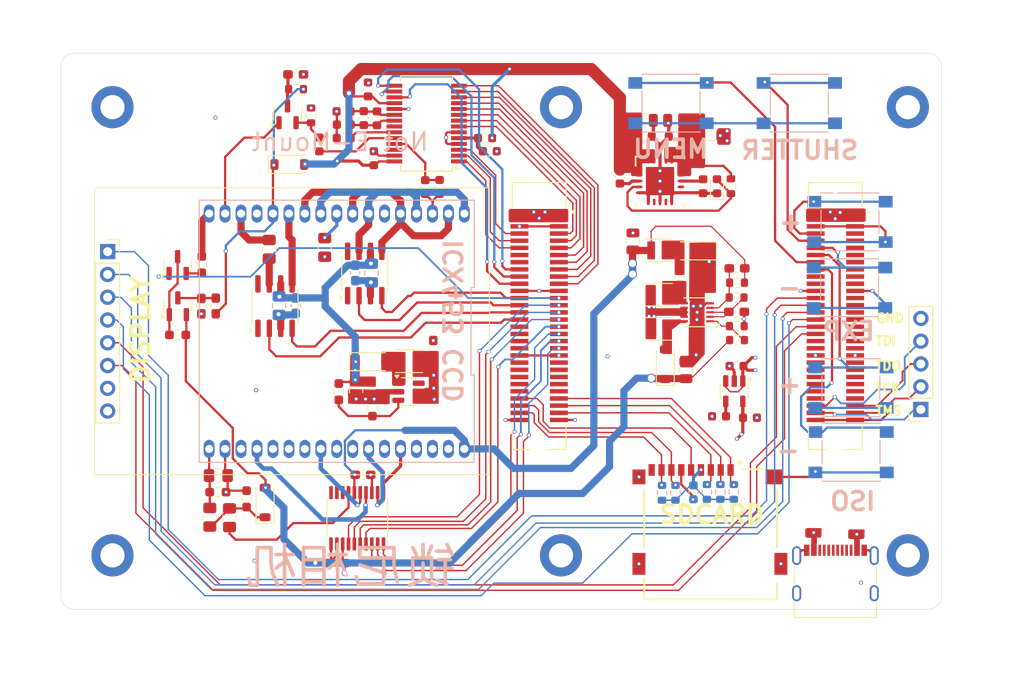
<source format=kicad_pcb>
(kicad_pcb (version 20240108) (generator "pcbnew") (generator_version "8.0")
  (layers (0 "F.Cu" signal) (1 "In1.Cu" signal) (2 "In2.Cu" signal) (31 "B.Cu" signal) (34 "B.Paste" user) (35 "F.Paste" user) (36 "B.SilkS" user "B.Silkscreen") (37 "F.SilkS" user "F.Silkscreen") (38 "B.Mask" user) (39 "F.Mask" user) (44 "Edge.Cuts" user))
  (net 0 "")
  (net 1 "Net-(Q3-D)")
  (net 2 "-8V")
  (net 3 "+15V")
  (net 4 "VCC")
  (net 5 "+6V")
  (net 7 "AMP_VOUT")
  (net 8 "Net-(U3-VING)")
  (net 9 "Net-(U3-CAPT)")
  (net 11 "Net-(U3-CAPB)")
  (net 13 "Net-(U3-CML)")
  (net 14 "Net-(U3-OFFSET)")
  (net 15 "RG")
  (net 16 "Net-(ICX1-φRG)")
  (net 17 "Net-(ICX1-CSUB)")
  (net 19 "Net-(D4-K)")
  (net 20 "VSHT")
  (net 21 "Net-(ICX1-VSUB)")
  (net 22 "Net-(Q1-C)")
  (net 23 "Net-(U2-EN)")
  (net 24 "Net-(U2-NR_SS)")
  (net 25 "V3")
  (net 27 "H2")
  (net 28 "H1")
  (net 29 "V2")
  (net 32 "CCD_VOUT")
  (net 34 "+15V_SW")
  (net 35 "LH")
  (net 36 "Net-(U1-SW2)")
  (net 37 "V1")
  (net 38 "V4")
  (net 39 "Net-(D2-A)")
  (net 40 "Net-(D3-A)")
  (net 41 "Net-(U2-FB)")
  (net 42 "Net-(Q1-B)")
  (net 43 "Net-(U1-FB2P)")
  (net 44 "Net-(Q2-E)")
  (net 45 "BIAS_CTL")
  (net 46 "Net-(U7-FB)")
  (net 48 "GND")
  (net 49 "Net-(U1-FB1P)")
  (net 52 "Net-(D6-A)")
  (net 53 "Net-(D1-A)")
  (net 54 "XSG1")
  (net 55 "XV1")
  (net 56 "XV2")
  (net 57 "XSHT")
  (net 59 "ADC_D3")
  (net 60 "ADC_D1")
  (net 61 "ADC_D4")
  (net 62 "ADC_CDSCLK1")
  (net 63 "ADC_CDSCLK2")
  (net 64 "ADC_D7")
  (net 65 "ADC_SPI_LOAD")
  (net 66 "ADC_D2")
  (net 67 "ADC_D0")
  (net 68 "ADC_CLK")
  (net 69 "ADC_D5")
  (net 70 "ADC_SPI_DATA")
  (net 71 "ADC_D6")
  (net 75 "Net-(U1-FB1N)")
  (net 77 "XSG2")
  (net 79 "XV3")
  (net 80 "XV4")
  (net 82 "CTL_LH")
  (net 83 "CTL_RG#")
  (net 111 "ADC_SPI_CLK")
  (net 112 "SDIO_D3")
  (net 119 "SDIO_D0")
  (net 120 "SDIO_D2")
  (net 123 "SDIO_CLK")
  (net 128 "SDIO_D1")
  (net 134 "SDIO_CMD")
  (net 136 "CTL_H2")
  (net 139 "CTL_H1")
  (net 144 "Net-(U3-DRVDD)")
  (net 145 "+3V3_A")
  (net 146 "Net-(U4-BP)")
  (net 147 "+3V3_D")
  (net 148 "DC")
  (net 149 "BLK")
  (net 150 "SCL")
  (net 151 "CS")
  (net 152 "SDA")
  (net 153 "RES")
  (net 155 "TDO")
  (net 156 "TMS")
  (net 157 "TDI")
  (net 158 "TCK")
  (net 159 "SW1")
  (net 160 "SW2")
  (net 161 "SW3")
  (net 162 "SW4")
  (net 163 "SW5")
  (net 164 "SW6")
  (footprint "Library:R_0603_1608Metric_Pad0.98x0.95mm_HandSolder" (layer "F.Cu") (at 206.9625 102.55 90)
    (property "Reference" "R7" (hide yes))
    (property "Value" "R" (hide yes))
  )
  (footprint "Library:C_0603_1608Metric_Pad1.08x0.95mm_HandSolder" (layer "F.Cu") (at 247.55828 91.835268)
    (property "Reference" "C4" (hide yes))
    (property "Value" "100nF" (hide yes))
  )
  (footprint "Library:C_0805_2012Metric" (layer "F.Cu") (at 237.325001 70.475002 180)
    (property "Reference" "C38" (hide yes))
    (property "Value" "22uF" (hide yes))
  )
  (footprint "Library:C_0805_2012Metric_Pad1.18x1.45mm_HandSolder" (layer "F.Cu") (at 191.0375 114.8 90)
    (property "Reference" "C31" (hide yes))
    (property "Value" "1uF" (hide yes))
  )
  (footprint "Library:C_0805_2012Metric" (layer "F.Cu") (at 205.15 100.6 -90)
    (property "Reference" "C12" (hide yes))
    (property "Value" "10uF" (hide yes))
  )
  (footprint "Library:RGW0020A" (layer "F.Cu") (at 239.025001 77.250001)
    (property "Reference" "U2" (hide yes))
    (property "Value" "TPS7A8300RGWR" (hide yes))
  )
  (footprint "Library:MountingHole_2.7mm_M2.5_DIN965_Pad" (layer "F.Cu") (at 266.65 119.002146)
    (property "Reference" "H6" (hide yes))
    (property "Value" "MountingHole_Pad" (hide yes))
  )
  (footprint "Library:R_0603_1608Metric" (layer "F.Cu") (at 247.60828 88.585268 180)
    (property "Reference" "R1" (hide yes))
    (property "Value" "NAN" (hide yes))
  )
  (footprint "Library:SSOP-28_5.3x10.2mm_P0.65mm" (layer "F.Cu") (at 213.0072 70.8348 180)
    (property "Reference" "U3" (hide yes))
    (property "Value" "HT82V38" (hide yes))
  )
  (footprint "Library:L_0603_1608Metric" (layer "F.Cu") (at 219.525 72.45 180)
    (property "Reference" "FB1" (hide yes))
    (property "Value" "FerriteBead" (hide yes))
  )
  (footprint "Library:MountingHole_2.7mm_M2.5_DIN965_Pad" (layer "F.Cu") (at 266.65 69.002146)
    (property "Reference" "H5" (hide yes))
    (property "Value" "MountingHole_Pad" (hide yes))
  )
  (footprint "Library:C_0603_1608Metric" (layer "F.Cu") (at 214.45 77.9 -90)
    (property "Reference" "C20" (hide yes))
    (property "Value" "1uF" (hide yes))
  )
  (footprint "Library:TF-01A" (layer "F.Cu") (at 244.66 116.65)
    (property "Reference" "MICRO_SD1" (hide yes))
    (property "Value" "TF-01A" (hide yes))
  )
  (footprint "Library:SOIC-8_3.9x4.9mm_P1.27mm" (layer "F.Cu") (at 206.10828 87.560268 90)
    (property "Reference" "U5" (hide yes))
    (property "Value" "UCC27524DR" (hide yes))
  )
  (footprint "Library:R_0603_1608Metric_Pad0.98x0.95mm_HandSolder" (layer "F.Cu") (at 203.2125 100.75 -90)
    (property "Reference" "R6" (hide yes))
    (property "Value" "R" (hide yes))
  )
  (footprint "Library:SOIC-8_3.9x4.9mm_P1.27mm" (layer "F.Cu") (at 196.10828 91.197768 90)
    (property "Reference" "U11" (hide yes))
    (property "Value" "UCC27524DR" (hide yes))
  )
  (footprint "Library:D_SOD-123" (layer "F.Cu") (at 242.95828 85.035268 180)
    (property "Reference" "D2" (hide yes))
    (property "Value" "D_Schottky" (hide yes))
  )
  (footprint "Library:C_0805_2012Metric" (layer "F.Cu") (at 241.90828 98.335268 90)
    (property "Reference" "C5" (hide yes))
    (property "Value" "10uF" (hide yes))
  )
  (footprint "Library:R_0603_1608Metric" (layer "F.Cu") (at 246.925001 77.825002 90)
    (property "Reference" "R17" (hide yes))
    (property "Value" "20K" (hide yes))
  )
  (footprint "Library:L_0805_2012Metric" (layer "F.Cu") (at 244.675001 72.175002 180)
    (property "Reference" "L5" (hide yes))
    (property "Value" "L" (hide yes))
  )
  (footprint "Library:USB_C_Receptacle_G-Switch_GT-USB-7010ASV" (layer "F.Cu") (at 258.58 122.155)
    (property "Reference" "J4" (hide yes))
    (property "Value" "USB_C_Receptacle_USB2.0_16P" (hide yes))
  )
  (footprint "Library:C_0603_1608Metric_Pad1.08x0.95mm_HandSolder" (layer "F.Cu") (at 241.20828 88.035268 90)
    (property "Reference" "C1" (hide yes))
    (property "Value" "1uF" (hide yes))
  )
  (footprint "Library:C_0603_1608Metric" (layer "F.Cu") (at 237.325001 72.275002 180)
    (property "Reference" "C39" (hide yes))
    (property "Value" "1uF" (hide yes))
  )
  (footprint "Library:SOT-23" (layer "F.Cu") (at 197.5 69.8 90)
    (property "Reference" "Q3" (hide yes))
    (property "Value" "IRLML2060" (hide yes))
  )
  (footprint "Library:C_0603_1608Metric_Pad1.08x0.95mm_HandSolder" (layer "F.Cu") (at 203.0125 119.8625)
    (property "Reference" "C6" (hide yes))
    (property "Value" "100nF" (hide yes))
  )
  (footprint "Library:MountingHole_2.7mm_M2.5_DIN965_Pad" (layer "F.Cu") (at 227.989523 69.002146)
    (property "Reference" "H1" (hide yes))
    (property "Value" "MountingHole_Pad" (hide yes))
  )
  (footprint "Library:SOT-23-6" (layer "F.Cu") (at 210.9875 100.75)
    (property "Reference" "U7" (hide yes))
    (property "Value" "SX1308" (hide yes))
  )
  (footprint "Library:L_Changjiang_FNR252012S" (layer "F.Cu") (at 211.05 97.35 180)
    (property "Reference" "L3" (hide yes))
    (property "Value" "4.7uH" (hide yes))
  )
  (footprint "Library:MountingHole_2.7mm_M2.5_DIN965_Pad" (layer "F.Cu") (at 227.989523 119.002146)
    (property "Reference" "H3" (hide yes))
    (property "Value" "MountingHole_Pad" (hide yes))
  )
  (footprint "Library:C_0603_1608Metric" (layer "F.Cu") (at 206.475 67.025 90)
    (property "Reference" "C10" (hide yes))
    (property "Value" "100nF" (hide yes))
  )
  (footprint "Library:C_0603_1608Metric_Pad1.08x0.95mm_HandSolder" (layer "F.Cu") (at 187.9 91.2 -90)
    (property "Reference" "C34" (hide yes))
    (property "Value" "100nF" (hide yes))
  )
  (footprint "Library:C_0603_1608Metric_Pad1.08x0.95mm_HandSolder" (layer "F.Cu") (at 247.60828 86.985268)
    (property "Reference" "C2" (hide yes))
    (property "Value" "75pF" (hide yes))
  )
  (footprint "Library:C_0603_1608Metric" (layer "F.Cu") (at 203.75 69.475)
    (property "Reference" "C22" (hide yes))
    (property "Value" "100nF" (hide yes))
  )
  (footprint "Library:R_0603_1608Metric_Pad0.98x0.95mm_HandSolder" (layer "F.Cu") (at 185.25 94.4125)
    (property "Reference" "R15" (hide yes))
    (property "Value" "24K" (hide yes))
  )
  (footprint "Library:C_0603_1608Metric" (layer "F.Cu") (at 203.775 70.95)
    (property "Reference" "C21" (hide yes))
    (property "Value" "100nF" (hide yes))
  )
  (footprint "Library:AMPHENOL_10144518-064802LF" (layer "F.Cu") (at 225.55 92.3 -90)
    (property "Reference" "J2" (hide yes))
    (property "Value" "10144518-064802LF" (hide yes))
  )
  (footprint "Library:C_0603_1608Metric" (layer "F.Cu") (at 207.475 70.25 90)
    (property "Reference" "C17" (hide yes))
    (property "Value" "100nF" (hide yes))
  )
  (footprint "Library:DFN-10-1EP_3x3mm_P0.5mm_EP1.65x2.38mm" (layer "F.Cu") (at 243.15828 91.885268 180)
    (property "Reference" "U1" (hide yes))
    (property "Value" "LT3471" (hide yes))
  )
  (footprint "Library:C_0805_2012Metric_Pad1.18x1.45mm_HandSolder" (layer "F.Cu") (at 201.65 84.65 -90)
    (property "Reference" "C30" (hide yes))
    (property "Value" "1uF" (hide yes))
  )
  (footprint "Library:C_0603_1608Metric" (layer "F.Cu") (at 249.05 103.65)
    (property "Reference" "C25" (hide yes))
    (property "Value" "10uF" (hide yes))
  )
  (footprint "Library:L_Changjiang_FNR252012S" (layer "F.Cu") (at 238.90828 89.935268)
    (property "Reference" "L1" (hide yes))
    (property "Value" "4.7uH" (hide yes))
  )
  (footprint "Library:R_0603_1608Metric" (layer "F.Cu") (at 200.125 69.925 90)
    (property "Reference" "R9" (hide yes))
    (property "Value" "R" (hide yes))
  )
  (footprint "Library:MountingHole_2.7mm_M2.5_DIN965_Pad" (layer "F.Cu") (at 177.989523 69.002146)
    (property "Reference" "H2" (hide yes))
    (property "Value" "MountingHole_Pad" (hide yes))
  )
  (footprint "Library:L_0603_1608Metric_Pad1.05x0.95mm_HandSolder" (layer "F.Cu") (at 189.5 91.175 -90)
    (property "Reference" "L4" (hide yes))
    (property "Value" "L" (hide yes))
  )
  (footprint "Library:C_0805_2012Metric" (layer "F.Cu") (at 236.00828 83.985268 90)
    (property "Reference" "C3" (hide yes))
    (property "Value" "10uF" (hide yes))
  )
  (footprint "Library:L_Changjiang_FNR252012S" (layer "F.Cu") (at 238.85828 84.985268 180)
    (property "Reference" "L6" (hide yes))
    (property "Value" "4.7uH" (hide yes))
  )
  (footprint "Library:C_0805_2012Metric_Pad1.18x1.45mm_HandSolder" (layer "F.Cu") (at 195.45828 84.860268 -90)
    (property "Reference" "C29" (hide yes))
    (property "Value" "1uF" (hide yes))
  )
  (footprint "Library:R_0603_1608Metric" (layer "F.Cu") (at 247.60828 94.985268)
    (property "Reference" "R3" (hide yes))
    (property "Value" "NAN" (hide yes))
  )
  (footprint "Library:TSSOP-20_4.4x6.5mm_P0.65mm" (layer "F.Cu") (at 205.275 114.8625 90)
    (property "Reference" "U6" (hide yes))
    (property "Value" "CXD1267AN" (hide yes))
  )
  (footprint "Library:SOT-23" (layer "F.Cu") (at 185.275 91.2125 90)
    (property "Reference" "Q1" (hide yes))
    (property "Value" "BC857" (hide yes))
  )
  (footprint "Library:C_0603_1608Metric" (layer "F.Cu") (at 206 70.225 90)
    (property "Reference" "C16" (hide yes))
    (property "Value" "10uF" (hide yes))
  )
  (footprint "Library:R_0603_1608Metric_Pad0.98x0.95mm_HandSolder" (layer "F.Cu") (at 189.7375 111.95)
    (property "Reference" "R13" (hide yes))
    (property "Value" "R" (hide yes))
  )
  (footprint "Library:AMPHENOL_10144518-064802LF" (layer "F.Cu") (at 258.57 92.3 -90)
    (property "Reference" "J1" (hide yes))
    (property "Value" "10144518-064802LF" (hide yes))
  )
  (footprint "Library:C_0603_1608Metric" (layer "F.Cu") (at 245.6 103.4875 180)
    (property "Reference" "C24" (hide yes))
    (property "Value" "10uF" (hide yes))
  )
  (footprint "Library:C_0805_2012Metric_Pad1.18x1.45mm_HandSolder" (layer "F.Cu") (at 189.7875 110.1 180)
    (property "Reference" "C33" (hide yes))
    (property "Value" "NAN" (hide yes))
  )
  (footprint "Library:C_0805_2012Metric_Pad1.18x1.45mm_HandSolder" (layer "F.Cu") (at 188.8375 114.75 90)
    (property "Reference" "C32" (hide yes))
    (property "Value" "NAN" (hide yes))
  )
  (footprint "Library:R_0603_1608Metric" (layer "F.Cu") (at 247.58328 93.435268)
    (property "Reference" "R4" (hide yes))
    (property "Value" "NAN" (hide yes))
  )
  (footprint "Library:R_0603_1608Metric_Pad0.98x0.95mm_HandSolder" (layer "F.Cu") (at 192.9375 112.7 90)
    (property "Reference" "R14" (hide yes))
    (property "Value" "R" (hide yes))
  )
  (footprint "Library:C_0603_1608Metric" (layer "F.Cu") (at 207.125 74.7 90)
    (property "Reference" "C40" (hide yes))
    (property "Value" "100nF" (hide yes))
  )
  (footprint "Library:PinSocket_1x05_P2.54mm_Vertical" (layer "F.Cu") (at 268.1 102.73 180)
    (property "Reference" "J5" (hide yes))
    (property "Value" "Conn_01x05_Socket" (hide yes))
  )
  (footprint "Library:C_0603_1608Metric_Pad1.08x0.95mm_HandSolder" (layer "F.Cu") (at 213.75 95.9 90)
    (property "Reference" "C11" (hide yes))
    (property "Value" "10uF" (hide yes))
  )
  (footprint "Library:C_0603_1608Metric" (layer "F.Cu") (at 247.55 97.8875 180)
    (property "Reference" "C37" (hide yes))
    (property "Value" "10uF" (hide yes))
  )
  (footprint "Library:C_0603_1608Metric_Pad1.08x0.95mm_HandSolder" (layer "F.Cu") (at 198.4125 65.35 180)
    (property "Reference" "C26" (hide yes))
    (property "Value" "C" (hide yes))
  )
  (footprint "Library:C_0603_1608Metric" (layer "F.Cu") (at 240.775001 72.275002)
    (property "Reference" "C35" (hide yes))
    (property "Value" "1uF" (hide yes))
  )
  (footprint "Library:C_0603_1608Metric_Pad1.08x0.95mm_HandSolder" (layer "F.Cu") (at 205.9125 110.0125)
    (property "Reference" "C7" (hide yes))
    (property "Value" "100nF" (hide yes))
  )
  (footprint "Library:C_0603_1608Metric" (layer "F.Cu") (at 201.05 73.16 -90)
    (property "Reference" "C15" (hide yes))
    (property "Value" "100nF" (hide yes))
  )
  (footprint "Library:D_SOD-123" (layer "F.Cu") (at 197.7 75.4)
    (property "Reference" "D5" (hide yes))
    (property "Value" "D" (hide yes))
  )
  (footprint "Library:C_0603_1608Metric" (layer "F.Cu") (at 243.825001 77.825002 -90)
    (property "Reference" "C9" (hide yes))
    (property "Value" "10nF" (hide yes))
  )
  (footprint "Library:D_SOD-123" (layer "F.Cu") (at 206.75 97.4)
    (property "Reference" "D3" (hide yes))
    (property "Value" "D_Schottky" (hide yes))
  )
  (footprint "Library:R_0603_1608Metric_Pad0.98x0.95mm_HandSolder" (layer "F.Cu") (at 187.95 86.5625 90)
    (property "Reference" "R16" (hide yes))
    (property "Value" "3.6K" (hide yes))
  )
  (footprint "Library:D_SOD-123" (layer "F.Cu") (at 195 113.1 90)
    (property "Reference" "D4" (hide yes))
    (property "Value" "D" (hide yes))
  )
  (footprint "Library:C_0603_1608Metric" (layer "F.Cu") (at 220.05 73.925)
    (property "Reference" "C23" (hide yes))
    (property "Value" "100nF" (hide yes))
  )
  (footprint "Library:C_0603_1608Metric" (layer "F.Cu") (at 212.85 77.925 -90)
    (property "Reference" "C19" (hide yes))
    (property "Value" "100nF" (hide yes))
  )
  (footprint "Library:C_0603_1608Metric" (layer "F.Cu") (at 234.55 76.750002 -90)
    (property "Reference" "C36" (hide yes))
    (property "Value" "10nF" (hide yes))
  )
  (footprint "Library:L_Changjiang_FNR252012S" (layer "F.Cu") (at 238.95828 93.735268 180)
    (property "Reference" "L2" (hide yes))
    (property "Value" "4.7uH" (hide yes))
  )
  (footprint "Library:R_0603_1608Metric" (layer "F.Cu") (at 247.55828 90.235268)
    (property "Reference" "R2" (hide yes))
    (property "Value" "NAN" (hide yes))
  )
  (footprint "Library:PinSocket_1x08_P2.54mm_Vertical" (layer "F.Cu") (at 177.45 85.127146)
    (property "Reference" "J3" (hide yes))
    (property "Value" "DISP" (hide yes))
  )
  (footprint "Library:MountingHole_2.7mm_M2.5_DIN965_Pad" (layer "F.Cu") (at 177.989523 119.002146)
    (property "Reference" "H4" (hide yes))
    (property "Value" "MountingHole_Pad" (hide yes))
  )
  (footprint "Library:D_SOD-123" (layer "F.Cu") (at 239.60828 97.685268 90)
    (property "Reference" "D1" (hide yes))
    (property "Value" "D_Schottky" (hide yes))
  )
  (footprint "Library:C_0603_1608Metric" (layer "F.Cu") (at 203.76 72.45 180)
    (property "Reference" "C18" (hide yes))
    (property "Value" "100nF" (hide yes))
  )
  (footprint "Library:R_0603_1608Metric" (layer "F.Cu") (at 198.45 67 180)
    (property "Reference" "R11" (hide yes))
    (property "Value" "R" (hide yes))
  )
  (footprint "Library:SOT-23" (layer "F.Cu") (at 185.25 86.6125 90)
    (property "Reference" "Q2" (hide yes))
    (property "Value" "BC847" (hide yes))
  )
  (footprint "Library:SOT-23-5" (layer "F.Cu") (at 247.3 100.7 -90)
    (property "Reference" "U4" (hide yes))
    (property "Value" "SPX3819M5-L-3-3" (hide yes))
  )
  (footprint "Library:C_0805_2012Metric" (layer "F.Cu") (at 240.825001 70.475002)
    (property "Reference" "C8" (hide yes))
    (property "Value" "22uF" (hide yes))
  )
  (footprint "Library:LED_0603_1608Metric" (layer "F.Cu") (at 245.375001 77.825002 90)
    (property "Reference" "D6" (hide yes))
    (property "Value" "LED" (hide yes))
  )
  (footprint "Library:SW_SPST_PTS645" (layer "B.Cu") (at 260.15 89.15 180)
    (property "Reference" "SW3" (hide yes))
    (property "Value" "SW_Push" (hide yes))
  )
  (footprint "Library:C_0603_1608Metric_Pad1.08x0.95mm_HandSolder" (layer "B.Cu") (at 205.05828 87.497768 -90)
    (property "Reference" "C27" (hide yes))
    (property "Value" "100nF" (hide yes))
  )
  (footprint "Library:R_0603_1608Metric" (layer "B.Cu") (at 239.25 112.025 90)
    (property "Reference" "R10" (hide yes))
    (property "Value" "10K" (hide yes))
  )
  (footprint "Library:R_0603_1608Metric" (layer "B.Cu") (at 247.25 111.925 90)
    (property "Reference" "R5" (hide yes))
    (property "Value" "10K" (hide yes))
  )
  (footprint "Library:SW_SPST_PTS645" (layer "B.Cu") (at 260.32 107.5 180)
    (property "Reference" "SW5" (hide yes))
    (property "Value" "SW_Push" (hide yes))
  )
  (footprint "Library:R_0603_1608Metric" (layer "B.Cu") (at 240.75 112.025 90)
    (property "Reference" "R22" (hide yes))
    (property "Value" "10K" (hide yes))
  )
  (footprint "Library:C_0805_2012Metric_Pad1.18x1.45mm_HandSolder" (layer "B.Cu") (at 206.85828 87.510268 -90)
    (property "Reference" "C28" (hide yes))
    (property "Value" "22uF" (hide yes))
  )
  (footprint "Library:R_0603_1608Metric" (layer "B.Cu") (at 244.25 111.925 90)
    (property "Reference" "R12" (hide yes))
    (property "Value" "10K" (hide yes))
  )
  (footprint "Library:SW_SPST_PTS645" (layer "B.Cu") (at 260.3 100.3 180)
    (property "Reference" "SW4" (hide yes))
    (property "Value" "SW_Push" (hide yes))
  )
  (footprint "Library:R_0603_1608Metric" (layer "B.Cu") (at 245.75 111.925 90)
    (property "Reference" "R8" (hide yes))
    (property "Value" "10K" (hide yes))
  )
  (footprint "Library:SW_SPST_PTS645" (layer "B.Cu") (at 240.25 68.55 180)
    (property "Reference" "SW6" (hide yes))
    (property "Value" "SW_Push" (hide yes))
  )
  (footprint "Library:SW_SPST_PTS645" (layer "B.Cu") (at 254.55 68.55 180)
    (property "Reference" "SW1" (hide yes))
    (property "Value" "SW_Push" (hide yes))
  )
  (footprint "Library:C_0805_2012Metric_Pad1.18x1.45mm_HandSolder" (layer "B.Cu") (at 196.55828 91.147768 -90)
    (property "Reference" "C14" (hide yes))
    (property "Value" "22uF" (hide yes))
  )
  (footprint "Library:C_0603_1608Metric" (layer "B.Cu") (at 242.75 111.975 90)
    (property "Reference" "C41" (hide yes))
    (property "Value" "10uF" (hide yes))
  )
  (footprint "Library:SW_SPST_PTS645" (layer "B.Cu") (at 260.2 81.8 180)
    (property "Reference" "SW2" (hide yes))
    (property "Value" "SW_Push" (hide yes))
  )
  (footprint "Library:DIP-34_1033_ELL" (layer "B.Cu") (at 202.989523 94.002146 180)
    (property "Reference" "ICX1" (hide yes))
    (property "Value" "~" (hide yes))
  )
  (footprint "Library:C_0603_1608Metric_Pad1.08x0.95mm_HandSolder" (layer "B.Cu") (at 198.40828 91.147768 -90)
    (property "Reference" "C13" (hide yes))
    (property "Value" "100nF" (hide yes))
  )
  (gr_rect (start 176 78.002146) (end 220 110.002146) (stroke (width 0.1)) (fill none) (layer "F.SilkS"))
  (gr_line (start 270.4 64.477146) (end 270.4 123.527146) (stroke (width 0.05)) (layer "Edge.Cuts"))
  (gr_line (start 173.75 62.977146) (end 268.9 62.977146) (stroke (width 0.05)) (layer "Edge.Cuts"))
  (gr_arc (start 268.9 62.977146) (mid 269.96066 63.416486) (end 270.4 64.477146) (stroke (width 0.05)) (layer "Edge.Cuts"))
  (gr_line (start 172.25 123.527146) (end 172.25 64.477146) (stroke (width 0.05)) (layer "Edge.Cuts"))
  (gr_arc (start 270.4 123.527146) (mid 269.960644 124.587776) (end 268.9 125.027146) (stroke (width 0.05)) (layer "Edge.Cuts"))
  (gr_arc (start 173.75 125.027146) (mid 172.68934 124.587806) (end 172.25 123.527146) (stroke (width 0.05)) (layer "Edge.Cuts"))
  (gr_arc (start 172.25 64.477146) (mid 172.689324 63.416456) (end 173.75 62.977146) (stroke (width 0.05)) (layer "Edge.Cuts"))
  (gr_line (start 268.9 125.027146) (end 173.75 125.027146) (stroke (width 0.05)) (layer "Edge.Cuts"))
  (gr_text "-\n" (at 254.825 108.45 0) (layer "B.SilkS") (effects (font (size 2 2) (thickness 0.4) (bold yes)) (justify left bottom mirror)))
  (gr_text "ICX453 CCD" (at 217.2 83.55 90) (layer "B.SilkS") (effects (font (size 2 2) (thickness 0.4) (bold yes)) (justify left bottom mirror)))
  (gr_text "ISO" (at 263.25 114.15 0) (layer "B.SilkS") (effects (font (size 2 2) (thickness 0.4) (bold yes)) (justify left bottom mirror)))
  (gr_text "锁尼相机" (at 216.68 122.85 0) (layer "B.SilkS") (effects (font (size 4 4) (thickness 0.4) (bold yes)) (justify left bottom mirror)))
  (gr_text "EXP\n" (at 263.175 95.175 0) (layer "B.SilkS") (effects (font (size 2 2) (thickness 0.4) (bold yes)) (justify left bottom mirror)))
  (gr_text "-\n" (at 254.95 90.3 0) (layer "B.SilkS") (effects (font (size 2 2) (thickness 0.4) (bold yes)) (justify left bottom mirror)))
  (gr_text "+" (at 254.975 101.125 0) (layer "B.SilkS") (effects (font (size 2 2) (thickness 0.4) (bold yes)) (justify left bottom mirror)))
  (gr_text "+" (at 255.1 82.975 0) (layer "B.SilkS") (effects (font (size 2 2) (thickness 0.4) (bold yes)) (justify left bottom mirror)))
  (gr_text "SHUTTER\n" (at 261.35 74.975 0) (layer "B.SilkS") (effects (font (size 2 2) (thickness 0.4) (bold yes)) (justify left bottom mirror)))
  (gr_text "MENU" (at 244.625 74.85 0) (layer "B.SilkS") (effects (font (size 2 2) (thickness 0.4) (bold yes)) (justify left bottom mirror)))
  (gr_text "Not E-Mount" (at 213.38 74.05 0) (layer "B.SilkS") (effects (font (size 2 2) (thickness 0.25)) (justify left bottom mirror)))
  (gr_text "DISPLAY" (at 182.3 100.05 90) (layer "F.SilkS") (effects (font (size 2 2) (thickness 0.4) (bold yes)) (justify left bottom)))
  (gr_text "TDO" (at 262.89 98.44 0) (layer "F.SilkS") (effects (font (size 1 1) (thickness 0.25)) (justify left bottom)))
  (gr_text "SDCARD" (at 238.72 115.63 0) (layer "F.SilkS") (effects (font (size 2 2) (thickness 0.4) (bold yes)) (justify left bottom)))
  (gr_text "GND" (at 262.96 93.15 0) (layer "F.SilkS") (effects (font (size 1 1) (thickness 0.25)) (justify left bottom)))
  (gr_text "TDI" (at 262.91 95.67 0) (layer "F.SilkS") (effects (font (size 1 1) (thickness 0.25)) (justify left bottom)))
  (gr_text "TMS" (at 262.91 103.46 0) (layer "F.SilkS") (effects (font (size 1 1) (thickness 0.25)) (justify left bottom)))
  (gr_text "TCK" (at 262.88 100.95 0) (layer "F.SilkS") (effects (font (size 1 1) (thickness 0.25)) (justify left bottom)))
  (segment (start 197.55 65.35) (end 197.55 66.925) (width 0.35) (layer "F.Cu") (net 1))
  (segment (start 197.55 66.925) (end 197.625 67) (width 0.35) (layer "F.Cu") (net 1))
  (segment (start 197.5 68.8625) (end 197.5 67.125) (width 0.35) (layer "F.Cu") (net 1))
  (segment (start 197.5 67.125) (end 197.625 67) (width 0.35) (layer "F.Cu") (net 1))
  (segment (start 248.47078 86.985268) (end 248.47078 86.047768) (width 0.127) (layer "F.Cu") (net 2))
  (segment (start 238.03328 84.985268) (end 236.05828 84.985268) (width 0.8) (layer "F.Cu") (net 2))
  (segment (start 235.95828 84.985268) (end 235.95828 87.635268) (width 0.8) (layer "F.Cu") (net 2))
  (segment (start 238.03328 82.810268) (end 238.03328 84.985268) (width 0.127) (layer "F.Cu") (net 2))
  (segment (start 248.47078 86.985268) (end 248.47078 88.547768) (width 0.127) (layer "F.Cu") (net 2))
  (segment (start 238.55828 82.285268) (end 238.03328 82.810268) (width 0.127) (layer "F.Cu") (net 2))
  (segment (start 204.95 112) (end 204.95 110.1125) (width 0.254) (layer "F.Cu") (net 2))
  (segment (start 204.95 110.1125) (end 205.05 110.0125) (width 0.254) (layer "F.Cu") (net 2))
  (segment (start 248.47078 86.047768) (end 244.70828 82.285268) (width 0.127) (layer "F.Cu") (net 2))
  (segment (start 244.70828 82.285268) (end 238.55828 82.285268) (width 0.127) (layer "F.Cu") (net 2))
  (segment (start 236.05828 84.985268) (end 236.00828 84.935268) (width 0.8) (layer "F.Cu") (net 2))
  (segment (start 236.00828 84.935268) (end 235.95828 84.985268) (width 0.8) (layer "F.Cu") (net 2))
  (segment (start 248.47078 88.547768) (end 248.43328 88.585268) (width 0.127) (layer "F.Cu") (net 2))
  (via (at 235.95828 87.635268) (size 1) (drill 0.8) (layers "F.Cu" "B.Cu") (net 2))
  (via (at 235.95828 86.435268) (size 1) (drill 0.8) (layers "F.Cu" "B.Cu") (net 2))
  (via (at 205 110) (size 0.45) (drill 0.3) (layers "F.Cu" "B.Cu") (net 2))
  (segment (start 222.7 109.3) (end 220.527146 107.127146) (width 0.8) (layer "B.Cu") (net 2))
  (segment (start 235.95828 87.735268) (end 235.95828 87.635268) (width 0.8) (layer "B.Cu") (net 2))
  (segment (start 216.1 105.05) (end 217.213523 106.163523) (width 0.8) (layer "B.Cu") (net 2))
  (segment (start 205.05 105.05) (end 203.9 106.2) (width 0.254) (layer "B.Cu") (net 2))
  (segment (start 235.95828 87.635268) (end 235.95828 86.435268) (width 0.8) (layer "B.Cu") (net 2))
  (segment (start 222.7 109.3) (end 229.1 109.3) (width 0.8) (layer "B.Cu") (net 2))
  (segment (start 203.9 108.9) (end 205 110) (width 0.254) (layer "B.Cu") (net 2))
  (segment (start 231.65 92.043548) (end 235.95828 87.735268) (width 0.8) (layer "B.Cu") (net 2))
  (segment (start 210.6 105.05) (end 205.05 105.05) (width 0.254) (layer "B.Cu") (net 2))
  (segment (start 220.527146 107.127146) (end 217.213523 107.127146) (width 0.8) (layer "B.Cu") (net 2))
  (segment (start 231.65 106.75) (end 231.65 92.043548) (width 0.8) (layer "B.Cu") (net 2))
  (segment (start 210.6 105.05) (end 216.1 105.05) (width 0.8) (layer "B.Cu") (net 2))
  (segment (start 203.9 106.2) (end 203.9 108.9) (width 0.254) (layer "B.Cu") (net 2))
  (segment (start 229.1 109.3) (end 231.65 106.75) (width 0.8) (layer "B.Cu") (net 2))
  (segment (start 217.213523 106.163523) (end 217.213523 107.127146) (width 0.8) (layer "B.Cu") (net 2))
  (segment (start 186.1625 99.5625) (end 191.4 104.8) (width 0.254) (layer "F.Cu") (net 3))
  (segment (start 200.6 119.85) (end 202.1375 119.85) (width 0.8) (layer "F.Cu") (net 3))
  (segment (start 194.3 109.85) (end 195.05 110.6) (width 0.254) (layer "F.Cu") (net 3))
  (segment (start 203 117.725) (end 203 119.0125) (width 0.254) (layer "F.Cu") (net 3))
  (segment (start 186.225 92.15) (end 186.225 94.35) (width 0.254) (layer "F.Cu") (net 3))
  (segment (start 195.05 110.6) (end 195.05 111.45) (width 0.254) (layer "F.Cu") (net 3))
  (segment (start 238.10828 99.285268) (end 238.05828 99.235268) (width 0.8) (layer "F.Cu") (net 3))
  (segment (start 193.05 109.85) (end 194.3 109.85) (width 0.254) (layer "F.Cu") (net 3))
  (segment (start 186.1625 94.4125) (end 186.1625 99.5625) (width 0.254) (layer "F.Cu") (net 3))
  (segment (start 186.225 94.35) (end 186.1625 94.4125) (width 0.254) (layer "F.Cu") (net 3))
  (segment (start 242.43328 99.335268) (end 246.78328 94.985268) (width 0.127) (layer "F.Cu") (net 3))
  (segment (start 202.35 119.6625) (end 202.15 119.8625) (width 0.254) (layer "F.Cu") (net 3))
  (segment (start 241.90828 99.285268) (end 238.10828 99.285268) (width 0.8) (layer "F.Cu") (net 3))
  (segment (start 203 119.0125) (end 202.15 119.8625) (width 0.254) (layer "F.Cu") (net 3))
  (segment (start 191.4 108.2) (end 193.05 109.85) (width 0.254) (layer "F.Cu") (net 3))
  (segment (start 202.1375 119.85) (end 202.15 119.8625) (width 0.8) (layer "F.Cu") (net 3))
  (segment (start 202.35 117.725) (end 202.35 119.6625) (width 0.254) (layer "F.Cu") (net 3))
  (segment (start 191.4 104.8) (end 191.4 108.2) (width 0.254) (layer "F.Cu") (net 3))
  (segment (start 239.60828 99.335268) (end 242.43328 99.335268) (width 0.127) (layer "F.Cu") (net 3))
  (via (at 238.05828 99.235268) (size 1) (drill 0.8) (layers "F.Cu" "B.Cu") (net 3))
  (via (at 195.05 111.45) (size 0.45) (drill 0.3) (layers "F.Cu" "B.Cu") (net 3))
  (via (at 200.6 119.85) (size 0.6) (drill 0.45) (layers "F.Cu" "B.Cu") (net 3))
  (segment (start 233.4 106.25) (end 235 104.65) (width 0.8) (layer "B.Cu") (net 3))
  (segment (start 197.1 113.7) (end 195.05 111.65) (width 0.8) (layer "B.Cu") (net 3))
  (segment (start 200.6 119.85) (end 199.75 119.85) (width 0.8) (layer "B.Cu") (net 3))
  (segment (start 230.4 112.1) (end 233.4 109.1) (width 0.8) (layer "B.Cu") (net 3))
  (segment (start 235 100.65) (end 236.414732 99.235268) (width 0.8) (layer "B.Cu") (net 3))
  (segment (start 200.6 119.85) (end 215.6 119.85) (width 0.8) (layer "B.Cu") (net 3))
  (segment (start 197.1 117.2) (end 199.75 119.85) (width 0.8) (layer "B.Cu") (net 3))
  (segment (start 215.6 119.85) (end 217.9 117.55) (width 0.8) (layer "B.Cu") (net 3))
  (segment (start 197.1 117.2) (end 197.1 113.7) (width 0.8) (layer "B.Cu") (net 3))
  (segment (start 217.9 117.5) (end 223.3 112.1) (width 0.8) (layer "B.Cu") (net 3))
  (segment (start 217.9 117.55) (end 217.9 117.5) (width 0.8) (layer "B.Cu") (net 3))
  (segment (start 235 104.65) (end 235 100.65) (width 0.8) (layer "B.Cu") (net 3))
  (segment (start 195.05 111.65) (end 195.05 111.45) (width 0.8) (layer "B.Cu") (net 3))
  (segment (start 223.3 112.1) (end 230.4 112.1) (width 0.8) (layer "B.Cu") (net 3))
  (segment (start 233.4 109.1) (end 233.4 106.25) (width 0.8) (layer "B.Cu") (net 3))
  (segment (start 236.414732 99.235268) (end 238.05828 99.235268) (width 0.8) (layer "B.Cu") (net 3))
  (segment (start 246.35 100.25) (end 246.85 100.75) (width 0.156) (layer "F.Cu") (net 4))
  (segment (start 248.25 99.5625) (end 248.25 97.9625) (width 0.35) (layer "F.Cu") (net 4))
  (segment (start 249.65 98.35) (end 248.7875 98.35) (width 0.35) (layer "F.Cu") (net 4))
  (segment (start 248.25 97.9625) (end 248.325 97.8875) (width 0.35) (layer "F.Cu") (net 4))
  (segment (start 248.25 100.224999) (end 248.25 99.5625) (width 0.156) (layer "F.Cu") (net 4))
  (segment (start 248.7875 98.35) (end 248.325 97.8875) (width 0.35) (layer "F.Cu") (net 4))
  (segment (start 249.65 96.95) (end 249.2625 96.95) (width 0.35) (layer "F.Cu") (net 4))
  (segment (start 247.724999 100.75) (end 248.25 100.224999) (width 0.156) (layer "F.Cu") (net 4))
  (segment (start 249.2625 96.95) (end 248.325 97.8875) (width 0.35) (layer "F.Cu") (net 4))
  (segment (start 246.85 100.75) (end 247.724999 100.75) (width 0.156) (layer "F.Cu") (net 4))
  (segment (start 246.35 99.5625) (end 246.35 100.25) (width 0.156) (layer "F.Cu") (net 4))
  (via (at 213.85 101.6) (size 0.45) (drill 0.3) (layers "F.Cu" "B.Cu") (net 4))
  (via (at 213.8 100.35) (size 0.45) (drill 0.3) (layers "F.Cu" "B.Cu") (net 4))
  (via (at 260.96 116.65) (size 0.45) (drill 0.3) (layers "F.Cu" "B.Cu") (net 4))
  (via (at 256.15 116.46) (size 0.45) (drill 0.3) (layers "F.Cu" "B.Cu") (net 4))
  (via (at 258.55 81.45) (size 0.45) (drill 0.3) (layers "F.Cu" "B.Cu") (net 4))
  (via (at 246.5 72.75) (size 0.45) (drill 0.3) (layers "F.Cu" "B.Cu") (net 4))
  (via (at 245.737501 72.175002) (size 0.45) (drill 0.3) (layers "F.Cu" "B.Cu") (net 4))
  (via (at 238.35828 92.335268) (size 0.45) (drill 0.3) (layers "F.Cu" "B.Cu") (net 4))
  (via (at 246.5 71.65) (size 0.45) (drill 0.3) (layers "F.Cu" "B.Cu") (net 4))
  (via (at 249.65 96.95) (size 0.45) (drill 0.3) (layers "F.Cu" "B.Cu") (net 4))
  (via (at 226.2 80.7) (size 0.45) (drill 0.3) (layers "F.Cu" "B.Cu") (net 4))
  (via (at 213.8 98.9) (size 0.45) (drill 0.3) (layers "F.Cu" "B.Cu") (net 4))
  (via (at 249.65 98.35) (size 0.45) (drill 0.3) (layers "F.Cu" "B.Cu") (net 4))
  (via (at 224.95 80.7) (size 0.45) (drill 0.3) (layers "F.Cu" "B.Cu") (net 4))
  (via (at 238.35828 91.285268) (size 0.45) (drill 0.3) (layers "F.Cu" "B.Cu") (net 4))
  (via (at 237.80828 92.335268) (size 0.45) (drill 0.3) (layers "F.Cu" "B.Cu") (net 4))
  (via (at 259.1 80.75) (size 0.45) (drill 0.3) (layers "F.Cu" "B.Cu") (net 4))
  (via (at 237.80828 91.285268) (size 0.45) (drill 0.3) (layers "F.Cu" "B.Cu") (net 4))
  (via (at 258 80.7) (size 0.45) (drill 0.3) (layers "F.Cu" "B.Cu") (net 4))
  (via (at 225.55 81.4) (size 0.45) (drill 0.3) (layers "F.Cu" "B.Cu") (net 4))
  (segment (start 205.15 99.65) (end 203.4 99.65) (width 0.254) (layer "F.Cu") (net 5))
  (segment (start 203.4 99.65) (end 203.2125 99.8375) (width 0.254) (layer "F.Cu") (net 5))
  (segment (start 196.74328 88.722768) (end 196.74328 90.00672) (width 0.8) (layer "F.Cu") (net 5))
  (segment (start 206.74328 86.39328) (end 206.8 86.45) (width 0.8) (layer "F.Cu") (net 5))
  (segment (start 196.74328 90.00672) (end 196.6 90.15) (width 0.8) (layer "F.Cu") (net 5))
  (segment (start 206.74328 85.085268) (end 206.74328 86.39328) (width 0.8) (layer "F.Cu") (net 5))
  (via (at 205.053792 99.415172) (size 0.45) (drill 0.3) (layers "F.Cu" "B.Cu") (net 5))
  (via (at 196.6 90.15) (size 0.6) (drill 0.45) (layers "F.Cu" "B.Cu") (net 5))
  (via (at 206.8 86.45) (size 0.6) (drill 0.45) (layers "F.Cu" "B.Cu") (net 5))
  (via (at 205.039871 98.35025) (size 0.45) (drill 0.3) (layers "F.Cu" "B.Cu") (net 5))
  (via (at 205.1 97.4) (size 0.45) (drill 0.3) (layers "F.Cu" "B.Cu") (net 5))
  (segment (start 196.73328 90.285268) (end 196.55828 90.110268) (width 0.8) (layer "B.Cu") (net 5))
  (segment (start 204.214732 86.635268) (end 201.7 89.15) (width 0.8) (layer "B.Cu") (net 5))
  (segment (start 205.04172 99.116474) (end 205.04172 95.989732) (width 0.8) (layer "B.Cu") (net 5))
  (segment (start 198.40828 90.285268) (end 196.73328 90.285268) (width 0.8) (layer "B.Cu") (net 5))
  (segment (start 205.053792 99.415172) (end 205.053792 99.128546) (width 0.8) (layer "B.Cu") (net 5))
  (segment (start 201.7 91.248012) (end 201.7 90.55) (width 0.8) (layer "B.Cu") (net 5))
  (segment (start 205.05828 86.635268) (end 204.214732 86.635268) (width 0.8) (layer "B.Cu") (net 5))
  (segment (start 201.7 90.55) (end 201.435268 90.285268) (width 0.8) (layer "B.Cu") (net 5))
  (segment (start 205.04172 94.589732) (end 201.7 91.248012) (width 0.8) (layer "B.Cu") (net 5))
  (segment (start 205.04172 95.989732) (end 205.04172 94.589732) (width 0.8) (layer "B.Cu") (net 5))
  (segment (start 201.435268 90.285268) (end 198.40828 90.285268) (width 0.8) (layer "B.Cu") (net 5))
  (segment (start 205.053792 99.128546) (end 205.04172 99.116474) (width 0.8) (layer "B.Cu") (net 5))
  (segment (start 201.7 89.15) (end 201.7 90.55) (width 0.8) (layer "B.Cu") (net 5))
  (segment (start 206.69578 86.635268) (end 206.85828 86.472768) (width 0.8) (layer "B.Cu") (net 5))
  (segment (start 205.05828 86.635268) (end 206.69578 86.635268) (width 0.8) (layer "B.Cu") (net 5))
  (segment (start 199.975 70.7375) (end 200.05 70.6625) (width 0.254) (layer "F.Cu") (net 7))
  (segment (start 200.125 70.75) (end 200.125 71.46) (width 0.254) (layer "F.Cu") (net 7))
  (segment (start 200.125 71.46) (end 201.05 72.385) (width 0.254) (layer "F.Cu") (net 7))
  (segment (start 199.425 70.7375) (end 200.1125 70.7375) (width 0.254) (layer "F.Cu") (net 7))
  (segment (start 199.425 70.7375) (end 199.975 70.7375) (width 0.254) (layer "F.Cu") (net 7))
  (segment (start 198.45 70.7375) (end 199.425 70.7375) (width 0.254) (layer "F.Cu") (net 7))
  (segment (start 205.115 73.935) (end 206.5902 72.4598) (width 0.254) (layer "F.Cu") (net 8))
  (segment (start 206.5902 72.4598) (end 209.4072 72.4598) (width 0.254) (layer "F.Cu") (net 8))
  (segment (start 201.05 73.935) (end 205.115 73.935) (width 0.254) (layer "F.Cu") (net 8))
  (segment (start 207.475 71.025) (end 206.05 71.025) (width 0.254) (layer "F.Cu") (net 9))
  (segment (start 206.05 71.025) (end 206 70.975) (width 0.254) (layer "F.Cu") (net 9))
  (segment (start 207.9902 70.5098) (end 207.475 71.025) (width 0.254) (layer "F.Cu") (net 9))
  (segment (start 206 71) (end 204.6 71) (width 0.254) (layer "F.Cu") (net 9))
  (segment (start 209.4072 70.5098) (end 207.9902 70.5098) (width 0.254) (layer "F.Cu") (net 9))
  (segment (start 204.6 71) (end 204.55 70.95) (width 0.254) (layer "F.Cu") (net 9))
  (segment (start 204.55 69.45) (end 204.525 69.475) (width 0.254) (layer "F.Cu") (net 11))
  (segment (start 209.4072 69.8598) (end 207.8598 69.8598) (width 0.254) (layer "F.Cu") (net 11))
  (segment (start 207.8598 69.8598) (end 207.475 69.475) (width 0.254) (layer "F.Cu") (net 11))
  (segment (start 206 69.45) (end 204.55 69.45) (width 0.254) (layer "F.Cu") (net 11))
  (segment (start 207.5 69.5) (end 207.8598 69.8598) (width 0.254) (layer "F.Cu") (net 11))
  (segment (start 205.975 69.5) (end 207.5 69.5) (width 0.254) (layer "F.Cu") (net 11))
  (segment (start 209.4072 71.8098) (end 205.1752 71.8098) (width 0.254) (layer "F.Cu") (net 13))
  (segment (start 205.1752 71.8098) (end 204.535 72.45) (width 0.254) (layer "F.Cu") (net 13))
  (segment (start 212.875 77.125) (end 212.85 77.15) (width 0.254) (layer "F.Cu") (net 14))
  (segment (start 209.4072 73.1098) (end 210.7348 73.1098) (width 0.254) (layer "F.Cu") (net 14))
  (segment (start 214.45 77.125) (end 212.875 77.125) (width 0.254) (layer "F.Cu") (net 14))
  (segment (start 210.7348 73.1098) (end 212.85 75.225) (width 0.254) (layer "F.Cu") (net 14))
  (segment (start 212.85 75.225) (end 212.85 77.15) (width 0.254) (layer "F.Cu") (net 14))
  (segment (start 195.45828 88.707768) (end 195.47328 88.722768) (width 0.8) (layer "F.Cu") (net 15))
  (segment (start 195.45828 85.897768) (end 195.45828 88.707768) (width 0.8) (layer "F.Cu") (net 15))
  (segment (start 193.222768 83.822768) (end 192.321523 82.921523) (width 0.8) (layer "F.Cu") (net 16))
  (segment (start 195.45828 83.822768) (end 193.222768 83.822768) (width 0.8) (layer "F.Cu") (net 16))
  (segment (start 192.321523 82.921523) (end 192.321523 80.877146) (width 0.8) (layer "F.Cu") (net 16))
  (via (at 201.65 83.55) (size 0.45) (drill 0.3) (layers "F.Cu" "B.Cu") (net 17))
  (segment (start 202.989523 82.210477) (end 201.65 83.55) (width 0.35) (layer "B.Cu") (net 17))
  (segment (start 202.989523 80.877146) (end 202.989523 82.210477) (width 0.35) (layer "B.Cu") (net 17))
  (segment (start 191.0375 113.7625) (end 192.7875 113.7625) (width 0.254) (layer "F.Cu") (net 19))
  (segment (start 195 114.75) (end 194.075 114.75) (width 0.254) (layer "F.Cu") (net 19))
  (segment (start 189.0125 115.7875) (end 191.0375 113.7625) (width 0.254) (layer "F.Cu") (net 19))
  (segment (start 192.7875 113.7625) (end 192.9375 113.6125) (width 0.254) (layer "F.Cu") (net 19))
  (segment (start 188.8375 115.7875) (end 189.0125 115.7875) (width 0.254) (layer "F.Cu") (net 19))
  (segment (start 194.075 114.75) (end 192.9375 113.6125) (width 0.254) (layer "F.Cu") (net 19))
  (segment (start 204.3 113.65) (end 202.55 115.4) (width 0.254) (layer "F.Cu") (net 20))
  (segment (start 196.3 117.25) (end 191.7 117.25) (width 0.254) (layer "F.Cu") (net 20))
  (segment (start 191.7 117.25) (end 191.0375 116.5875) (width 0.254) (layer "F.Cu") (net 20))
  (segment (start 191.0375 116.5875) (end 191.0375 115.8375) (width 0.254) (layer "F.Cu") (net 20))
  (segment (start 202.55 115.4) (end 198.15 115.4) (width 0.254) (layer "F.Cu") (net 20))
  (segment (start 204.3 112) (end 204.3 113.65) (width 0.254) (layer "F.Cu") (net 20))
  (segment (start 198.15 115.4) (end 196.3 117.25) (width 0.254) (layer "F.Cu") (net 20))
  (segment (start 188.765523 110.084477) (end 188.75 110.1) (width 0.254) (layer "F.Cu") (net 21))
  (segment (start 188.8375 113.7125) (end 188.8375 111.9625) (width 0.254) (layer "F.Cu") (net 21))
  (segment (start 188.8375 111.9625) (end 188.825 111.95) (width 0.254) (layer "F.Cu") (net 21))
  (segment (start 188.765523 107.127146) (end 188.765523 110.084477) (width 0.254) (layer "F.Cu") (net 21))
  (segment (start 188.825 110.175) (end 188.75 110.1) (width 0.254) (layer "F.Cu") (net 21))
  (segment (start 188.825 111.95) (end 188.825 110.175) (width 0.254) (layer "F.Cu") (net 21))
  (segment (start 185.3 90.3) (end 185.275 90.275) (width 0.254) (layer "F.Cu") (net 22))
  (segment (start 189.5 90.3) (end 185.3 90.3) (width 0.254) (layer "F.Cu") (net 22))
  (segment (start 246.1 75.55) (end 243.65 75.55) (width 0.254) (layer "F.Cu") (net 23))
  (segment (start 246.925001 77.000002) (end 246.925001 76.375001) (width 0.254) (layer "F.Cu") (net 23))
  (segment (start 246.1 75.55) (end 246.925001 76.375001) (width 0.254) (layer "F.Cu") (net 23))
  (segment (start 243.625002 77.250001) (end 243.825001 77.050002) (width 0.35) (layer "F.Cu") (net 24))
  (segment (start 241.35 77.250001) (end 243.625002 77.250001) (width 0.35) (layer "F.Cu") (net 24))
  (segment (start 207.55 113.35) (end 207.5 113.4) (width 0.254) (layer "F.Cu") (net 25))
  (segment (start 207.55 112) (end 207.55 113.35) (width 0.254) (layer "F.Cu") (net 25))
  (via (at 207.5 113.4) (size 0.45) (drill 0.3) (layers "F.Cu" "B.Cu") (net 25))
  (segment (start 207.5 113.4) (end 208.1 112.8) (width 0.5) (layer "B.Cu") (net 25))
  (segment (start 208.1 109.7) (end 206.545523 108.145523) (width 0.5) (layer "B.Cu") (net 25))
  (segment (start 208.1 112.8) (end 208.1 109.7) (width 0.5) (layer "B.Cu") (net 25))
  (segment (start 206.545523 108.145523) (end 206.545523 107.127146) (width 0.5) (layer "B.Cu") (net 25))
  (segment (start 210.101523 80.877146) (end 210.101523 79.398477) (width 0.8) (layer "F.Cu") (net 27))
  (segment (start 215.435523 82.539477) (end 215.435523 80.877146) (width 0.8) (layer "F.Cu") (net 27))
  (segment (start 211.55 83.35) (end 214.625 83.35) (width 0.8) (layer "F.Cu") (net 27))
  (segment (start 210.101523 81.901523) (end 211.55 83.35) (width 0.8) (layer "F.Cu") (net 27))
  (segment (start 210.101523 81.998477) (end 210.101523 80.877146) (width 0.8) (layer "F.Cu") (net 27))
  (segment (start 210.101523 80.877146) (end 210.101523 81.901523) (width 0.8) (layer "F.Cu") (net 27))
  (segment (start 208.01328 84.08672) (end 210.101523 81.998477) (width 0.8) (layer "F.Cu") (net 27))
  (segment (start 204.767523 79.232477) (end 204.767523 80.877146) (width 0.8) (layer "F.Cu") (net 27))
  (segment (start 208.01328 85.085268) (end 208.01328 84.08672) (width 0.8) (layer "F.Cu") (net 27))
  (segment (start 210.101523 80.877146) (end 210.101523 79.501523) (width 0.8) (layer "F.Cu") (net 27))
  (segment (start 200.3 78.5) (end 199.433523 79.366477) (width 0.8) (layer "F.Cu") (net 27))
  (segment (start 205.5 78.5) (end 204.767523 79.232477) (width 0.8) (layer "F.Cu") (net 27))
  (segment (start 199.433523 79.366477) (end 199.433523 80.877146) (width 0.8) (layer "F.Cu") (net 27))
  (segment (start 210.101523 79.501523) (end 209.1 78.5) (width 0.8) (layer "F.Cu") (net 27))
  (segment (start 214.625 83.35) (end 215.435523 82.539477) (width 0.8) (layer "F.Cu") (net 27))
  (segment (start 209.1 78.5) (end 205.5 78.5) (width 0.8) (layer "F.Cu") (net 27))
  (segment (start 205.5 78.5) (end 200.3 78.5) (width 0.8) (layer "F.Cu") (net 27))
  (segment (start 205.47328 85.085268) (end 205.47328 83.22672) (width 0.8) (layer "F.Cu") (net 28))
  (segment (start 206.545523 82.154477) (end 206.545523 80.877146) (width 0.8) (layer "F.Cu") (net 28))
  (segment (start 205.47328 83.22672) (end 206.545523 82.154477) (width 0.8) (layer "F.Cu") (net 28))
  (segment (start 207.5 78.5) (end 208.8 78.5) (width 0.8) (layer "B.Cu") (net 28))
  (segment (start 210.8 78.5) (end 211.3 78.5) (width 0.8) (layer "B.Cu") (net 28))
  (segment (start 206.545523 80.877146) (end 206.545523 79.454477) (width 0.8) (layer "B.Cu") (net 28))
  (segment (start 216.4 78.5) (end 217.213523 79.313523) (width 0.8) (layer "B.Cu") (net 28))
  (segment (start 208.8 78.5) (end 210.8 78.5) (width 0.8) (layer "B.Cu") (net 28))
  (segment (start 211.3 78.5) (end 211.879523 79.079523) (width 0.8) (layer "B.Cu") (net 28))
  (segment (start 217.213523 79.313523) (end 217.213523 80.877146) (width 0.8) (layer "B.Cu") (net 28))
  (segment (start 210.8 78.5) (end 216.4 78.5) (width 0.8) (layer "B.Cu") (net 28))
  (segment (start 208.8 78.5) (end 202.2 78.5) (width 0.8) (layer "B.Cu") (net 28))
  (segment (start 201.211523 79.488477) (end 201.211523 80.877146) (width 0.8) (layer "B.Cu") (net 28))
  (segment (start 211.879523 79.079523) (end 211.879523 80.877146) (width 0.8) (layer "B.Cu") (net 28))
  (segment (start 206.545523 79.454477) (end 207.5 78.5) (width 0.8) (layer "B.Cu") (net 28))
  (segment (start 202.2 78.5) (end 201.211523 79.488477) (width 0.8) (layer "B.Cu") (net 28))
  (segment (start 205.6 112) (end 205.6 113.1) (width 0.254) (layer "F.Cu") (net 29))
  (segment (start 205.6 113.1) (end 205.3 113.4) (width 0.254) (layer "F.Cu") (net 29))
  (via (at 205.3 113.4) (size 0.45) (drill 0.3) (layers "F.Cu" "B.Cu") (net 29))
  (segment (start 205.3 113.4) (end 201.211523 109.311523) (width 0.5) (layer "B.Cu") (net 29))
  (segment (start 201.211523 109.311523) (end 201.211523 107.127146) (width 0.5) (layer "B.Cu") (net 29))
  (segment (start 190.543523 74.556477) (end 192.7 72.4) (width 0.254) (layer "F.Cu") (net 32))
  (segment (start 194.8875 72.4) (end 196.55 70.7375) (width 0.254) (layer "F.Cu") (net 32))
  (segment (start 190.543523 80.877146) (end 190.543523 74.556477) (width 0.254) (layer "F.Cu") (net 32))
  (segment (start 192.7 72.4) (end 194.8875 72.4) (width 0.254) (layer "F.Cu") (net 32))
  (segment (start 195.975 75.475) (end 196.05 75.4) (width 0.254) (layer "F.Cu") (net 34))
  (segment (start 190.625 85.0625) (end 190.625 90.925) (width 0.254) (layer "F.Cu") (net 34))
  (segment (start 195.877523 75.572477) (end 195.975 75.475) (width 0.254) (layer "F.Cu") (net 34))
  (segment (start 190.625 90.925) (end 189.5 92.05) (width 0.254) (layer "F.Cu") (net 34))
  (segment (start 195.877523 80.877146) (end 195.877523 75.572477) (width 0.254) (layer "F.Cu") (net 34))
  (via (at 190.625 85.0625) (size 0.45) (drill 0.3) (layers "F.Cu" "B.Cu") (net 34))
  (via (at 195.975 75.475) (size 0.45) (drill 0.3) (layers "F.Cu" "B.Cu") (net 34))
  (via (at 199.275 67) (size 0.45) (drill 0.3) (layers "F.Cu" "B.Cu") (net 34))
  (segment (start 190.625 84.425) (end 192.2 82.85) (width 0.254) (layer "B.Cu") (net 34))
  (segment (start 192.2 82.85) (end 194.95 82.85) (width 0.254) (layer "B.Cu") (net 34))
  (segment (start 195.877523 81.922477) (end 195.877523 80.877146) (width 0.254) (layer "B.Cu") (net 34))
  (segment (start 190.625 85.0625) (end 190.625 84.425) (width 0.254) (layer "B.Cu") (net 34))
  (segment (start 195.975 69.625) (end 198.6 67) (width 0.254) (layer "B.Cu") (net 34))
  (segment (start 194.95 82.85) (end 195.877523 81.922477) (width 0.254) (layer "B.Cu") (net 34))
  (segment (start 195.975 75.475) (end 195.975 69.625) (width 0.254) (layer "B.Cu") (net 34))
  (segment (start 198.6 67) (end 199.275 67) (width 0.254) (layer "B.Cu") (net 34))
  (segment (start 197.655523 83.455523) (end 197.655523 80.877146) (width 0.8) (layer "F.Cu") (net 35))
  (segment (start 198.01328 83.81328) (end 197.655523 83.455523) (width 0.8) (layer "F.Cu") (net 35))
  (segment (start 198.01328 88.722768) (end 198.01328 83.81328) (width 0.8) (layer "F.Cu") (net 35))
  (segment (start 206.25 113.35) (end 206.2 113.4) (width 0.254) (layer "F.Cu") (net 37))
  (segment (start 206.25 112) (end 206.25 113.35) (width 0.254) (layer "F.Cu") (net 37))
  (via (at 206.2 113.4) (size 0.45) (drill 0.3) (layers "F.Cu" "B.Cu") (net 37))
  (segment (start 205.35 115) (end 201.4 115) (width 0.5) (layer "B.Cu") (net 37))
  (segment (start 194.825 109.325) (end 194.099523 108.599523) (width 0.5) (layer "B.Cu") (net 37))
  (segment (start 206.2 113.4) (end 206.2 114.15) (width 0.5) (layer "B.Cu") (net 37))
  (segment (start 194.099523 108.599523) (end 194.099523 107.127146) (width 0.5) (layer "B.Cu") (net 37))
  (segment (start 201.4 115) (end 195.725 109.325) (width 0.5) (layer "B.Cu") (net 37))
  (segment (start 195.725 109.325) (end 194.825 109.325) (width 0.5) (layer "B.Cu") (net 37))
  (segment (start 206.2 114.15) (end 205.35 115) (width 0.5) (layer "B.Cu") (net 37))
  (segment (start 210.101523 109.048477) (end 210.101523 107.127146) (width 0.35) (layer "F.Cu") (net 38))
  (segment (start 208.2 112) (end 208.2 110.95) (width 0.35) (layer "F.Cu") (net 38))
  (segment (start 208.2 110.95) (end 210.101523 109.048477) (width 0.35) (layer "F.Cu") (net 38))
  (segment (start 234.55 77.525002) (end 235.624998 77.525002) (width 0.35) (layer "F.Cu") (net 41))
  (segment (start 236.15 77.25) (end 236.150001 77.250001) (width 0.35) (layer "F.Cu") (net 41))
  (segment (start 236.150001 77.250001) (end 236.700002 77.250001) (width 0.35) (layer "F.Cu") (net 41))
  (segment (start 235.9 77.25) (end 236.15 77.25) (width 0.35) (layer "F.Cu") (net 41))
  (segment (start 235.624998 77.525002) (end 235.9 77.25) (width 0.35) (layer "F.Cu") (net 41))
  (segment (start 184.325 94.4) (end 184.3375 94.4125) (width 0.254) (layer "F.Cu") (net 42))
  (segment (start 184.325 89.5875) (end 184.325 92.15) (width 0.254) (layer "F.Cu") (net 42))
  (segment (start 185.25 88.6625) (end 184.325 89.5875) (width 0.254) (layer "F.Cu") (net 42))
  (segment (start 184.325 92.15) (end 184.325 94.4) (width 0.254) (layer "F.Cu") (net 42))
  (segment (start 185.25 85.675) (end 185.25 88.6625) (width 0.254) (layer "F.Cu") (net 42))
  (segment (start 245.58328 91.385268) (end 244.60828 91.385268) (width 0.127) (layer "F.Cu") (net 43))
  (segment (start 246.74578 86.985268) (end 246.74578 88.547768) (width 0.127) (layer "F.Cu") (net 43))
  (segment (start 246.73328 88.635268) (end 246.78328 88.585268) (width 0.127) (layer "F.Cu") (net 43))
  (segment (start 246.73328 90.235268) (end 246.73328 88.635268) (width 0.127) (layer "F.Cu") (net 43))
  (segment (start 246.73328 90.235268) (end 245.58328 91.385268) (width 0.127) (layer "F.Cu") (net 43))
  (segment (start 246.74578 88.547768) (end 246.78328 88.585268) (width 0.127) (layer "F.Cu") (net 43))
  (segment (start 186.2 87.55) (end 188.175 87.55) (width 0.254) (layer "F.Cu") (net 44))
  (segment (start 184.3 87.55) (end 183.9375 87.9125) (width 0.127) (layer "F.Cu") (net 45))
  (segment (start 183.9375 87.9125) (end 183.15 87.9125) (width 0.127) (layer "F.Cu") (net 45))
  (via (at 227.75 90.3) (size 0.45) (drill 0.3) (layers "F.Cu" "B.Cu") (net 45))
  (via (at 183.15 87.9125) (size 0.45) (drill 0.3) (layers "F.Cu" "B.Cu") (net 45))
  (segment (start 227.75 90.3) (end 217.65 90.3) (width 0.2) (layer "B.Cu") (net 45))
  (segment (start 196.575 84.725) (end 193.3875 87.9125) (width 0.2) (layer "B.Cu") (net 45))
  (segment (start 212.075 84.725) (end 196.575 84.725) (width 0.2) (layer "B.Cu") (net 45))
  (segment (start 193.3875 87.9125) (end 183.15 87.9125) (width 0.2) (layer "B.Cu") (net 45))
  (segment (start 217.65 90.3) (end 212.075 84.725) (width 0.2) (layer "B.Cu") (net 45))
  (segment (start 209.85 102.531452) (end 209.85 101.7) (width 0.254) (layer "F.Cu") (net 46))
  (segment (start 203.2125 101.6625) (end 203.2125 102.410512) (width 0.254) (layer "F.Cu") (net 46))
  (segment (start 204.264488 103.4625) (end 206.9625 103.4625) (width 0.254) (layer "F.Cu") (net 46))
  (segment (start 208.918952 103.4625) (end 209.85 102.531452) (width 0.254) (layer "F.Cu") (net 46))
  (segment (start 203.2125 102.410512) (end 204.264488 103.4625) (width 0.254) (layer "F.Cu") (net 46))
  (segment (start 206.9625 103.4625) (end 208.918952 103.4625) (width 0.254) (layer "F.Cu") (net 46))
  (segment (start 216.6072 73.1098) (end 215.3598 73.1098) (width 0.254) (layer "F.Cu") (net 48))
  (segment (start 203.65 117.725) (end 203.65 119.6375) (width 0.254) (layer "F.Cu") (net 48))
  (segment (start 210.9902 69.2098) (end 211 69.2) (width 0.254) (layer "F.Cu") (net 48))
  (segment (start 239.025001 78.399023) (end 239.027902 78.396122) (width 0.35) (layer "F.Cu") (net 48))
  (segment (start 223.35 82.3) (end 227.75 82.3) (width 0.254) (layer "F.Cu") (net 48))
  (segment (start 190.8125 111.7875) (end 190.65 111.95) (width 0.254) (layer "F.Cu") (net 48))
  (segment (start 223.35 103.9) (end 221.8 103.9) (width 0.254) (layer "F.Cu") (net 48))
  (segment (start 239.025001 79.575) (end 239.025001 78.399023) (width 0.35) (layer "F.Cu") (net 48))
  (segment (start 262.3 118.43) (end 262.9 119.03) (width 0.254) (layer "F.Cu") (net 48))
  (segment (start 215.3598 73.1098) (end 215.175 72.925) (width 0.254) (layer "F.Cu") (net 48))
  (segment (start 263.6 82.3) (end 264.15 82.85) (width 0.254) (layer "F.Cu") (net 48))
  (segment (start 244.15828 90.885268) (end 243.15828 91.885268) (width 0.254) (layer "F.Cu") (net 48))
  (segment (start 244.60828 90.885268) (end 244.15828 90.885268) (width 0.254) (layer "F.Cu") (net 48))
  (segment (start 261.78 118.43) (end 262.3 118.43) (width 0.254) (layer "F.Cu") (net 48))
  (segment (start 190.825 110.1) (end 190.825 111.775) (width 0.254) (layer "F.Cu") (net 48))
  (segment (start 239.025001 74.925002) (end 239.025001 75.4) (width 0.35) (layer "F.Cu") (net 48))
  (segment (start 236.700002 78.550001) (end 237.725001 78.550001) (width 0.35) (layer "F.Cu") (net 48))
  (segment (start 209.4072 69.2098) (end 210.9902 69.2098) (width 0.254) (layer "F.Cu") (net 48))
  (segment (start 196.74328 93.672768) (end 196.74328 92.34328) (width 0.8) (layer "F.Cu") (net 48))
  (segment (start 260.77 82.3) (end 263.6 82.3) (width 0.254) (layer "F.Cu") (net 48))
  (segment (start 206.9 112) (end 206.9 110.1375) (width 0.254) (layer "F.Cu") (net 48))
  (segment (start 240.000001 72.275002) (end 240.000001 70.600002) (width 0.35) (layer "F.Cu") (net 48))
  (segment (start 241.3898 109.4762) (end 241.3898 111.0898) (width 0.254) (layer "F.Cu") (net 48))
  (segment (start 190.543523 107.127146) (end 190.543523 109.818523) (width 0.254) (layer "F.Cu") (net 48))
  (segment (start 207.15 73.9) (end 207.225 73.975) (width 0.254) (layer "F.Cu") (net 48))
  (segment (start 241.35 78.550001) (end 240.325001 78.550001) (width 0.35) (layer "F.Cu") (net 48))
  (segment (start 256.37 89.5) (end 254.7 89.5) (width 0.254) (layer "F.Cu") (net 48))
  (segment (start 239.075001 73.200002) (end 240.000001 72.275002) (width 0.35) (layer "F.Cu") (net 48))
  (segment (start 196.74328 92.34328) (end 196.5 92.1) (width 0.8) (layer "F.Cu") (net 48))
  (segment (start 212.85 78.7) (end 213.7 79.55) (width 0.254) (layer "F.Cu") (net 48))
  (segment (start 243.775 78.550001) (end 243.825001 78.600002) (width 0.35) (layer "F.Cu") (net 48))
  (segment (start 245.375001 78.612502) (end 243.837501 78.612502) (width 0.35) (layer "F.Cu") (net 48))
  (segment (start 214.45 78.675) (end 213.7 79.425) (width 0.254) (layer "F.Cu") (net 48))
  (segment (start 215.3152 71.8098) (end 216.6072 71.8098) (width 0.254) (layer "F.Cu") (net 48))
  (segment (start 227.75 103.9) (end 229.55 103.9) (width 0.254) (layer "F.Cu") (net 48))
  (segment (start 203 70.95) (end 203 69.5) (width 0.254) (layer "F.Cu") (net 48))
  (segment (start 264.15 82.85) (end 264.15 84.05) (width 0.254) (layer "F.Cu") (net 48))
  (segment (start 203 69.5) (end 202.975 69.475) (width 0.254) (layer "F.Cu") (net 48))
  (segment (start 223.35 96.7) (end 227.75 96.7) (width 0.254) (layer "F.Cu") (net 48))
  (segment (start 247.3 99.5625) (end 247.3 98.4125) (width 0.35) (layer "F.Cu") (net 48))
  (segment (start 207.2 73.95) (end 207.2 73.9) (width 0.254) (layer "F.Cu") (net 48))
  (segment (start 209.4072 74.4098) (end 207.6598 74.4098) (width 0.254) (layer "F.Cu") (net 48))
  (segment (start 223.35 89.5) (end 225.55 89.5) (width 0.254) (layer "F.Cu") (net 48))
  (segment (start 237.725001 79.575) (end 237.725001 78.550001) (width 0.35) (layer "F.Cu") (net 48))
  (segment (start 215.175 71.95) (end 215.3152 71.8098) (width 0.254) (layer "F.Cu") (net 48))
  (segment (start 248.42078 91.835268) (end 248.42078 92.572768) (width 0.254) (layer "F.Cu") (net 48))
  (segment (start 248.35828 92.635268) (end 248.42078 92.697768) (width 0.254) (layer "F.Cu") (net 48))
  (segment (start 260.77 82.3) (end 256.37 82.3) (width 0.254) (layer "F.Cu") (net 48))
  (segment (start 255.75 110.25) (end 256.35 109.65) (width 0.254) (layer "F.Cu") (net 48))
  (segment (start 248.42078 92.572768) (end 248.35828 92.635268) (width 0.254) (layer "F.Cu") (net 48))
  (segment (start 260.77 89.5) (end 262.7 89.5) (width 0.254) (layer "F.Cu") (net 48))
  (segment (start 239.025001 73.200002) (end 239.075001 73.200002) (width 0.35) (layer "F.Cu") (net 48))
  (segment (start 248.42078 92.697768) (end 248.42078 93.422768) (width 0.254) (layer "F.Cu") (net 48))
  (segment (start 247.3 98.4125) (end 246.775 97.8875) (width 0.35) (layer "F.Cu") (net 48))
  (segment (start 242.708154 112.408154) (end 242.708154 112.775584) (width 0.254) (layer "F.Cu") (net 48))
  (segment (start 239.025001 76.096706) (end 239.016274 76.105433) (width 0.35) (layer "F.Cu") (net 48))
  (segment (start 264.724269 102.848057) (end 263.672326 103.9) (width 0.254) (layer "F.Cu") (net 48))
  (segment (start 206.74328 90.035268) (end 206.74328 88.60672) (width 0.8) (layer "F.Cu") (net 48))
  (segment (start 241.3898 111.0898) (end 242.708154 112.408154) (width 0.254) (layer "F.Cu") (net 48))
  (segment (start 238.275001 72.100002) (end 238.100001 72.275002) (width 0.35) (layer "F.Cu") (net 48))
  (segment (start 213.657523 79.767477) (end 213.657523 80.877146) (width 0.254) (layer "F.Cu") (net 48))
  (segment (start 213.7 79.425) (end 213.7 79.55) (width 0.254) (layer "F.Cu") (net 48))
  (segment (start 206.9 110.1375) (end 206.78125 110.01875) (width 0.254) (layer "F.Cu") (net 48))
  (segment (start 187.95 81.692669) (end 188.765523 80.877146) (width 0.8) (layer "F.Cu") (net 48))
  (segment (start 187.95 85.65) (end 187.95 81.692669) (width 0.8) (layer "F.Cu") (net 48))
  (segment (start 206.74328 88.60672) (end 206.8 88.55) (width 0.8) (layer "F.Cu") (net 48))
  (segment (start 213.7 79.725) (end 213.657523 79.767477) (width 0.254) (layer "F.Cu") (net 48))
  (segment (start 203.875 119.8625) (end 203.875 120.975) (width 0.254) (layer "F.Cu") (net 48))
  (segment (start 251.7212 110.25) (end 255.75 110.25) (width 0.254) (layer "F.Cu") (net 48))
  (segment (start 215.175 72.4) (end 215.175 71.95) (width 0.254) (layer "F.Cu") (net 48))
  (segment (start 202.985 72.45) (end 202.985 70.965) (width 0.254) (layer "F.Cu") (net 48))
  (segment (start 238.275001 70.475002) (end 238.275001 72.100002) (width 0.35) (layer "F.Cu") (net 48))
  (segment (start 263.672326 103.9) (end 260.77 103.9) (width 0.254) (layer "F.Cu") (net 48))
  (segment (start 254.86 118.43) (end 254.26 119.03) (width 0.254) (layer "F.Cu") (net 48))
  (segment (start 239.025001 75.4) (end 239.025001 76.096706) (width 0.35) (layer "F.Cu") (net 48))
  (segment (start 240.325001 78.550001) (end 239.025001 77.250001) (width 0.35) (layer "F.Cu") (net 48))
  (segment (start 192.9375 111.7875) (end 190.8125 111.7875) (width 0.254) (layer "F.Cu") (net 48))
  (segment (start 207.125 73.925) (end 207.05 73.925) (width 0.254) (layer "F.Cu") (net 48))
  (segment (start 207.6598 74.4098) (end 207.2 73.95) (width 0.254) (layer "F.Cu") (net 48))
  (segment (start 215.175 72.925) (end 215.175 72.4) (width 0.254) (layer "F.Cu") (net 48))
  (segment (start 203.875 120.975) (end 203.85 121) (width 0.254) (layer "F.Cu") (net 48))
  (segment (start 225.55 89.5) (end 227.75 89.5) (width 0.254) (layer "F.Cu") (net 48))
  (segment (start 203.65 119.6375) (end 203.875 119.8625) (width 0.254) (layer "F.Cu") (net 48))
  (segment (start 240.000001 70.600002) (end 239.875001 70.475002) (width 0.35) (layer "F.Cu") (net 48))
  (segment (start 190.543523 109.818523) (end 190.825 110.1) (width 0.254) (layer "F.Cu") (net 48))
  (segment (start 255.38 118.43) (end 254.86 118.43) (width 0.254) (layer "F.Cu") (net 48))
  (segment (start 260.77 103.9) (end 256.37 103.9) (width 0.254) (layer "F.Cu") (net 48))
  (segment (start 248.42078 93.422768) (end 248.40828 93.435268) (width 0.254) (layer "F.Cu") (net 48))
  (segment (start 207.2 73.9) (end 207.15 73.9) (width 0.254) (layer "F.Cu") (net 48))
  (segment (start 239.025001 73.200002) (end 238.100001 72.275002) (width 0.35) (layer "F.Cu") (net 48))
  (segment (start 237.725001 78.550001) (end 239.025001 77.250001) (width 0.35) (layer "F.Cu") (net 48))
  (segment (start 240.325001 79.575) (end 240.325001 78.550001) (width 0.35) (layer "F.Cu") (net 48))
  (segment (start 239.025001 75.4) (end 239.025001 73.200002) (width 0.35) (layer "F.Cu") (net 48))
  (segment (start 202.985 70.965) (end 203 70.95) (width 0.254) (layer "F.Cu") (net 48))
  (segment (start 241.35 78.550001) (end 243.775 78.550001) (width 0.35) (layer "F.Cu") (net 48))
  (segment (start 190.825 111.775) (end 190.65 111.95) (width 0.254) (layer "F.Cu") (net 48))
  (segment (start 243.837501 78.612502) (end 243.825001 78.600002) (width 0.35) (layer "F.Cu") (net 48))
  (segment (start 206.78125 110.01875) (end 206.775 110.0125) (width 0.254) (layer "F.Cu") (net 48))
  (segment (start 213.7 79.55) (end 213.7 79.725) (width 0.254) (layer "F.Cu") (net 48))
  (via (at 239.027902 78.396122) (size 0.45) (drill 0.3) (layers "F.Cu" "B.Cu") (net 48))
  (via (at 243.05828 96.635268) (size 0.45) (drill 0.3) (layers "F.Cu" "B.Cu") (net 48))
  (via (at 206.192212 101.561182) (size 0.45) (drill 0.3) (layers "F.Cu" "B.Cu") (net 48))
  (via (at 256.35 96.7) (size 0.45) (drill 0.3) (layers "F.Cu" "B.Cu") (net 48))
  (via (at 252.4962 119.95) (size 0.45) (drill 0.3) (layers "F.Cu" "B.Cu") (net 48))
  (via (at 239.025001 77.250001) (size 0.45) (drill 0.3) (layers "F.Cu" "B.Cu") (net 48))
  (via (at 244.825 103.4875) (size 0.45) (drill 0.3) (layers "F.Cu" "B.Cu") (net 48))
  (via (at 242.708154 112.775584) (size 0.45) (drill 0.3) (layers "F.Cu" "B.Cu") (net 48))
  (via (at 243.15828 91.885268) (size 0.45) (drill 0.3) (layers "F.Cu" "B.Cu") (net 48))
  (via (at 196.5 92.1) (size 0.6) (drill 0.45) (layers "F.Cu" "B.Cu") (net 48))
  (via (at 211 69.2) (size 0.45) (drill 0.3) (layers "F.Cu" "B.Cu") (net 48))
  (via (at 243.542446 91.16803) (size 0.45) (drill 0.3) (layers "F.Cu" "B.Cu") (net 48))
  (via (at 199.275 65.35) (size 0.45) (drill 0.3) (layers "F.Cu" "B.Cu") (net 48))
  (via (at 239.95 70.8) (size 0.45) (drill 0.3) (layers "F.Cu" "B.Cu") (net 48))
  (via (at 200.125 69.1) (size 0.45) (drill 0.3) (layers "F.Cu" "B.Cu") (net 48))
  (via (at 261.425 122.05) (size 0.45) (drill 0.3) (layers "F.Cu" "B.Cu") (net 48))
  (via (at 213.75 95.0375) (size 0.45) (drill 0.3) (layers "F.Cu" "B.Cu") (net 48))
  (via (at 236.6714 119.95) (size 0.45) (drill 0.3) (layers "F.Cu" "B.Cu") (net 48))
  (via (at 254.7 89.5) (size 0.45) (drill 0.3) (layers "F.Cu" "B.Cu") (net 48))
  (via (at 243.132563 92.702908) (size 0.45) (drill 0.3) (layers "F.Cu" "B.Cu") (net 48))
  (via (at 242.748844 91.202914) (size 0.45) (drill 0.3) (layers "F.Cu" "B.Cu") (net 48))
  (via (at 223.35 82.3) (size 0.45) (drill 0.3) (layers "F.Cu" "B.Cu") (net 48))
  (via (at 249.825 103.65) (size 0.45) (drill 0.3) (layers "F.Cu" "B.Cu") (net 48))
  (via (at 248.35828 92.635268) (size 0.45) (drill 0.3) (layers "F.Cu" "B.Cu") (net 48))
  (via (at 262.7 89.5) (size 0.45) (drill 0.3) (layers "F.Cu" "B.Cu") (net 48))
  (via (at 206.78125 110.01875) (size 0.45) (drill 0.3) (layers "F.Cu" "B.Cu") (net 48))
  (via (at 194 100.575) (size 0.45) (drill 0.3) (layers "F.Cu" "B.Cu") (net 48))
  (via (at 264.15 84.05) (size 0.45) (drill 0.3) (layers "F.Cu" "B.Cu") (net 48))
  (via (at 193.825 119.6) (size 0.45) (drill 0.3) (layers "F.Cu" "B.Cu") (net 48))
  (via (at 236.6714 110.25) (size 0.45) (drill 0.3) (layers "F.Cu" "B.Cu") (net 48))
  (via (at 260.77 96.7) (size 0.45) (drill 0.3) (layers "F.Cu" "B.Cu") (net 48))
  (via (at 202.975 69.475) (size 0.45) (drill 0.3) (layers "F.Cu" "B.Cu") (net 48))
  (via (at 256.35 109.65) (size 0.45) (drill 0.3) (layers "F.Cu" "B.Cu") (net 48))
  (via (at 264.724269 102.848057) (size 0.45) (drill 0.3) (layers "F.Cu" "B.Cu") (net 48))
  (via (at 236.00828 83.035268) (size 0.45) (drill 0.3) (layers "F.Cu" "B.Cu") (net 48))
  (via (at 221.8 103.9) (size 0.45) (drill 0.3) (layers "F.Cu" "B.Cu") (net 48))
  (via (at 239.016274 76.105433) (size 0.45) (drill 0.3) (layers "F.Cu" "B.Cu") (net 48))
  (via (at 244.50828 86.235268) (size 0.45) (drill 0.3) (layers "F.Cu" "B.Cu") (net 48))
  (via (at 205.15 101.55) (size 0.45) (drill 0.3) (layers "F.Cu" "B.Cu") (net 48))
  (via (at 207.16317 101.561182) (size 0.45) (drill 0.3) (layers "F.Cu" "B.Cu") (net 48))
  (via (at 189.475 70.175) (size 0.45) (drill 0.3) (layers "F.Cu" "B.Cu") (net 48))
  (via (at 215.175 72.4) (size 0.45) (drill 0.3) (layers "F.Cu" "B.Cu") (net 48))
  (via (at 225.55 89.5) (size 0.45) (drill 0.3) (layers "F.Cu" "B.Cu") (net 48))
  (via (at 229.55 103.9) (size 0.45) (drill 0.3) (layers "F.Cu" "B.Cu") (net 48))
  (via (at 220.825 73.925) (size 0.45) (drill 0.3) (layers "F.Cu" "B.Cu") (net 48))
  (via (at 187.9 92.0625) (size 0.45) (drill 0.3) (layers "F.Cu" "B.Cu") (net 48))
  (via (at 206.525 66.3) (size 0.45) (drill 0.3) (layers "F.Cu" "B.Cu") (net 48))
  (via (at 203.85 121) (size 0.6) (drill 0.45) (layers "F.Cu" "B.Cu") (net 48))
  (via (at 190.65 111.95) (size 0.45) (drill 0.3) (layers "F.Cu" "B.Cu") (net 48))
  (via (at 201.65 85.6875) (size 0.45) (drill 0.3) (layers "F.Cu" "B.Cu") (net 48))
  (via (at 227.75 96.7) (size 0.45) (drill 0.3) (layers "F.Cu" "B.Cu") (net 48))
  (via (at 207.05 73.925) (size 0.45) (drill 0.3) (layers "F.Cu" "B.Cu") (net 48))
  (via (at 246.775 97.8875) (size 0.45) (drill 0.3) (layers "F.Cu" "B.Cu") (net 48))
  (via (at 233.175 96.8) (size 0.45) (drill 0.3) (layers "F.Cu" "B.Cu") (net 48))
  (via (at 206.8 88.55) (size 0.6) (drill 0.45) (layers "F.Cu" "B.Cu") (net 48))
  (segment (start 205.05828 88.360268) (end 206.67078 88.360268) (width 0.8) (layer "B.Cu") (net 48))
  (segment (start 198.23328 92.185268) (end 198.40828 92.010268) (width 0.8) (layer "B.Cu") (net 48))
  (segment (start 256.34 109.75) (end 264.3 109.75) (width 0.254) (layer "B.Cu") (net 48))
  (segment (start 256.22 84.05) (end 264.18 84.05) (width 0.254) (layer "B.Cu") (net 48))
  (segment (start 256.32 102.55) (end 264.28 102.55) (width 0.254) (layer "B.Cu") (net 48))
  (segment (start 250.57 70.8) (end 244.23 70.8) (width 0.254) (layer "B.Cu") (net 48))
  (segment (start 256.17 91.4) (end 264.13 91.4) (width 0.254) (layer "B.Cu") (net 48))
  (segment (start 206.67078 88.360268) (end 206.85828 88.547768) (width 0.8) (layer "B.Cu") (net 48))
  (segment (start 196.55828 92.185268) (end 198.23328 92.185268) (width 0.8) (layer "B.Cu") (net 48))
  (segment (start 236.27 70.8) (end 239.95 70.8) (width 0.254) (layer "B.Cu") (net 48))
  (segment (start 239.95 70.8) (end 244.23 70.8) (width 0.254) (layer "B.Cu") (net 48))
  (segment (start 264.13 90.93) (end 262.7 89.5) (width 0.254) (layer "B.Cu") (net 48))
  (segment (start 250.57 70.8) (end 258.53 70.8) (width 0.254) (layer "B.Cu") (net 48))
  (segment (start 264.13 91.4) (end 264.13 90.93) (width 0.254) (layer "B.Cu") (net 48))
  (segment (start 244.60828 91.885268) (end 246.64578 91.885268) (width 0.127) (layer "F.Cu") (net 49))
  (segment (start 246.64578 91.885268) (end 246.69578 91.835268) (width 0.127) (layer "F.Cu") (net 49))
  (segment (start 246.78328 91.835268) (end 248.38328 90.235268) (width 0.127) (layer "F.Cu") (net 49))
  (segment (start 244.60828 92.385268) (end 246.14578 92.385268) (width 0.127) (layer "F.Cu") (net 49))
  (segment (start 246.14578 92.385268) (end 246.69578 91.835268) (width 0.127) (layer "F.Cu") (net 49))
  (segment (start 246.69578 91.835268) (end 246.78328 91.835268) (width 0.127) (layer "F.Cu") (net 49))
  (segment (start 245.375001 77.100002) (end 246.925001 78.650002) (width 0.254) (layer "F.Cu") (net 52))
  (segment (start 235.4 78.5) (end 236 77.9) (width 0.254) (layer "F.Cu") (net 52))
  (segment (start 236 77.9) (end 236.700002 77.9) (width 0.254) (layer "F.Cu") (net 52))
  (segment (start 235.9 80.55) (end 235.4 80.05) (width 0.254) (layer "F.Cu") (net 52))
  (segment (start 246.925001 79.174999) (end 245.55 80.55) (width 0.254) (layer "F.Cu") (net 52))
  (segment (start 246.925001 78.650002) (end 246.925001 79.174999) (width 0.254) (layer "F.Cu") (net 52))
  (segment (start 245.375001 77.037502) (end 245.375001 77.100002) (width 0.254) (layer "F.Cu") (net 52))
  (segment (start 235.4 80.05) (end 235.4 78.5) (width 0.254) (layer "F.Cu") (net 52))
  (segment (start 245.55 80.55) (end 235.9 80.55) (width 0.254) (layer "F.Cu") (net 52))
  (segment (start 241.40828 92.885268) (end 241.26828 92.745268) (width 0.127) (layer "F.Cu") (net 53))
  (segment (start 241.26828 92.745268) (end 241.01828 92.745268) (width 0.127) (layer "F.Cu") (net 53))
  (segment (start 241.70828 92.885268) (end 241.40828 92.885268) (width 0.127) (layer "F.Cu") (net 53))
  (segment (start 206.7 116) (end 218 116) (width 0.156) (layer "F.Cu") (net 54))
  (segment (start 220.95 98.05) (end 221 98) (width 0.156) (layer "F.Cu") (net 54))
  (segment (start 206.25 116.45) (end 206.7 116) (width 0.156) (layer "F.Cu") (net 54))
  (segment (start 220.95 113.05) (end 220.95 98.05) (width 0.156) (layer "F.Cu") (net 54))
  (segment (start 206.25 117.725) (end 206.25 116.45) (width 0.156) (layer "F.Cu") (net 54))
  (segment (start 218 116) (end 220.95 113.05) (width 0.156) (layer "F.Cu") (net 54))
  (via (at 227.75 93.5) (size 0.45) (drill 0.3) (layers "F.Cu" "B.Cu") (net 54))
  (via (at 220.995595 97.976614) (size 0.45) (drill 0.3) (layers "F.Cu" "B.Cu") (net 54))
  (segment (start 221.75 97.15) (end 222.6 97.15) (width 0.2) (layer "B.Cu") (net 54))
  (segment (start 222.6 97.15) (end 226.25 93.5) (width 0.2) (layer "B.Cu") (net 54))
  (segment (start 226.25 93.5) (end 227.75 93.5) (width 0.2) (layer "B.Cu") (net 54))
  (segment (start 220.995595 97.904405) (end 221.75 97.15) (width 0.2) (layer "B.Cu") (net 54))
  (segment (start 220.995595 97.976614) (end 220.995595 97.904405) (width 0.2) (layer "B.Cu") (net 54))
  (segment (start 217.6 115.6) (end 220.15 113.05) (width 0.156) (layer "F.Cu") (net 55))
  (segment (start 220.15 97.25) (end 220.25 97.15) (width 0.156) (layer "F.Cu") (net 55))
  (segment (start 205.6 117.725) (end 205.6 116) (width 0.156) (layer "F.Cu") (net 55))
  (segment (start 205.6 116) (end 206 115.6) (width 0.156) (layer "F.Cu") (net 55))
  (segment (start 220.15 113.05) (end 220.15 97.25) (width 0.156) (layer "F.Cu") (net 55))
  (segment (start 206 115.6) (end 217.6 115.6) (width 0.156) (layer "F.Cu") (net 55))
  (via (at 227.75 92.7) (size 0.45) (drill 0.3) (layers "F.Cu" "B.Cu") (net 55))
  (via (at 220.25 97.15) (size 0.45) (drill 0.3) (layers "F.Cu" "B.Cu") (net 55))
  (segment (start 224.7 92.7) (end 227.75 92.7) (width 0.156) (layer "B.Cu") (net 55))
  (segment (start 220.25 97.15) (end 224.7 92.7) (width 0.156) (layer "B.Cu") (net 55))
  (segment (start 205.6 115.2) (end 217.1 115.2) (width 0.156) (layer "F.Cu") (net 56))
  (segment (start 217.1 115.2) (end 219.6 112.7) (width 0.156) (layer "F.Cu") (net 56))
  (segment (start 204.95 117.725) (end 204.95 115.85) (width 0.156) (layer "F.Cu") (net 56))
  (segment (start 204.95 115.85) (end 205.6 115.2) (width 0.156) (layer "F.Cu") (net 56))
  (segment (start 219.6 96.6) (end 219.9 96.3) (width 0.156) (layer "F.Cu") (net 56))
  (segment (start 219.6 112.7) (end 219.6 96.6) (width 0.156) (layer "F.Cu") (net 56))
  (via (at 227.75 91.9) (size 0.45) (drill 0.3) (layers "F.Cu" "B.Cu") (net 56))
  (via (at 219.9 96.3) (size 0.45) (drill 0.3) (layers "F.Cu" "B.Cu") (net 56))
  (segment (start 227.75 91.9) (end 224.3 91.9) (width 0.156) (layer "B.Cu") (net 56))
  (segment (start 224.3 91.9) (end 219.9 96.3) (width 0.156) (layer "B.Cu") (net 56))
  (segment (start 205.3 114.7) (end 216.4 114.7) (width 0.156) (layer "F.Cu") (net 57))
  (segment (start 204.3 115.7) (end 205.3 114.7) (width 0.156) (layer "F.Cu") (net 57))
  (segment (start 218.9 112.2) (end 218.9 96.2) (width 0.156) (layer "F.Cu") (net 57))
  (segment (start 204.3 117.725) (end 204.3 115.7) (width 0.156) (layer "F.Cu") (net 57))
  (segment (start 216.4 114.7) (end 218.9 112.2) (width 0.156) (layer "F.Cu") (net 57))
  (via (at 227.75 91.1) (size 0.45) (drill 0.3) (layers "F.Cu" "B.Cu") (net 57))
  (via (at 218.9 96.2) (size 0.45) (drill 0.3) (layers "F.Cu" "B.Cu") (net 57))
  (segment (start 224 91.1) (end 227.75 91.1) (width 0.156) (layer "B.Cu") (net 57))
  (segment (start 218.9 96.2) (end 224 91.1) (width 0.156) (layer "B.Cu") (net 57))
  (segment (start 230.9 78.4) (end 230.9 85.1) (width 0.156) (layer "F.Cu") (net 59))
  (segment (start 216.6072 68.5598) (end 221.0598 68.5598) (width 0.156) (layer "F.Cu") (net 59))
  (segment (start 221.0598 68.5598) (end 230.9 78.4) (width 0.156) (layer "F.Cu") (net 59))
  (segment (start 229.7 86.3) (end 227.75 86.3) (width 0.156) (layer "F.Cu") (net 59))
  (segment (start 230.9 85.1) (end 229.7 86.3) (width 0.156) (layer "F.Cu") (net 59))
  (segment (start 231.7 78) (end 231.7 86.1) (width 0.156) (layer "F.Cu") (net 60))
  (segment (start 216.6072 67.2598) (end 220.9598 67.2598) (width 0.156) (layer "F.Cu") (net 60))
  (segment (start 229.9 87.9) (end 227.75 87.9) (width 0.156) (layer "F.Cu") (net 60))
  (segment (start 220.9598 67.2598) (end 231.7 78) (width 0.156) (layer "F.Cu") (net 60))
  (segment (start 231.7 86.1) (end 229.9 87.9) (width 0.156) (layer "F.Cu") (net 60))
  (segment (start 230.5 84.6) (end 229.6 85.5) (width 0.156) (layer "F.Cu") (net 61))
  (segment (start 221.1098 69.2098) (end 230.5 78.6) (width 0.156) (layer "F.Cu") (net 61))
  (segment (start 216.6072 69.2098) (end 221.1098 69.2098) (width 0.156) (layer "F.Cu") (net 61))
  (segment (start 229.6 85.5) (end 227.75 85.5) (width 0.156) (layer "F.Cu") (net 61))
  (segment (start 230.5 78.6) (end 230.5 84.6) (width 0.156) (layer "F.Cu") (net 61))
  (segment (start 217.4598 75.0598) (end 219.6 77.2) (width 0.156) (layer "F.Cu") (net 62))
  (segment (start 219.6 83.2) (end 221.1 84.7) (width 0.156) (layer "F.Cu") (net 62))
  (segment (start 216.6072 75.0598) (end 217.4598 75.0598) (width 0.156) (layer "F.Cu") (net 62))
  (segment (start 219.6 77.2) (end 219.6 83.2) (width 0.156) (layer "F.Cu") (net 62))
  (segment (start 221.1 84.7) (end 223.35 84.7) (width 0.156) (layer "F.Cu") (net 62))
  (segment (start 220.1 76.9) (end 220.1 82.9) (width 0.156) (layer "F.Cu") (net 63))
  (segment (start 217.6098 74.4098) (end 220.1 76.9) (width 0.156) (layer "F.Cu") (net 63))
  (segment (start 216.6072 74.4098) (end 217.6098 74.4098) (width 0.156) (layer "F.Cu") (net 63))
  (segment (start 220.1 82.9) (end 221.1 83.9) (width 0.156) (layer "F.Cu") (net 63))
  (segment (start 221.1 83.9) (end 223.35 83.9) (width 0.156) (layer "F.Cu") (net 63))
  (segment (start 216.6072 71.1598) (end 220.7598 71.1598) (width 0.156) (layer "F.Cu") (net 64))
  (segment (start 229 83.1) (end 227.75 83.1) (width 0.156) (layer "F.Cu") (net 64))
  (segment (start 220.7598 71.1598) (end 229.3 79.7) (width 0.156) (layer "F.Cu") (net 64))
  (segment (start 229.3 79.7) (end 229.3 82.8) (width 0.156) (layer "F.Cu") (net 64))
  (segment (start 229.3 82.8) (end 229 83.1) (width 0.156) (layer "F.Cu") (net 64))
  (segment (start 223.35 88.7) (end 221.15 88.7) (width 0.254) (layer "F.Cu") (net 65))
  (segment (start 219.75 87.3) (end 219.75 86.25) (width 0.254) (layer "F.Cu") (net 65))
  (segment (start 219.75 87.3) (end 221.15 88.7) (width 0.254) (layer "F.Cu") (net 65))
  (segment (start 211.0402 67.9098) (end 211.15 67.8) (width 0.254) (layer "F.Cu") (net 65))
  (segment (start 209.4072 67.9098) (end 211.0402 67.9098) (width 0.254) (layer "F.Cu") (net 65))
  (via (at 211.15 67.8) (size 0.45) (drill 0.3) (layers "F.Cu" "B.Cu") (net 65))
  (via (at 219.75 86.25) (size 0.45) (drill 0.3) (layers "F.Cu" "B.Cu") (net 65))
  (segment (start 211.15 67.05) (end 211.75 66.45) (width 0.254) (layer "B.Cu") (net 65))
  (segment (start 219.75 86.25) (end 219.75 78.05) (width 0.254) (layer "B.Cu") (net 65))
  (segment (start 216.9 75.2) (end 216.9 68) (width 0.254) (layer "B.Cu") (net 65))
  (segment (start 215.35 66.45) (end 211.75 66.45) (width 0.254) (layer "B.Cu") (net 65))
  (segment (start 211.15 67.05) (end 211.15 67.8) (width 0.254) (layer "B.Cu") (net 65))
  (segment (start 216.9 75.2) (end 219.75 78.05) (width 0.254) (layer "B.Cu") (net 65))
  (segment (start 216.9 68) (end 215.35 66.45) (width 0.254) (layer "B.Cu") (net 65))
  (segment (start 231.3 85.6) (end 231.3 78.1) (width 0.156) (layer "F.Cu") (net 66))
  (segment (start 231.3 78.1) (end 221.1098 67.9098) (width 0.156) (layer "F.Cu") (net 66))
  (segment (start 227.75 87.1) (end 229.8 87.1) (width 0.156) (layer "F.Cu") (net 66))
  (segment (start 221.1098 67.9098) (end 216.6072 67.9098) (width 0.156) (layer "F.Cu") (net 66))
  (segment (start 229.8 87.1) (end 231.3 85.6) (width 0.156) (layer "F.Cu") (net 66))
  (segment (start 216.6072 66.6098) (end 221.0098 66.6098) (width 0.156) (layer "F.Cu") (net 67))
  (segment (start 221.0098 66.6098) (end 232.1 77.7) (width 0.156) (layer "F.Cu") (net 67))
  (segment (start 232.1 77.7) (end 232.1 86.5) (width 0.156) (layer "F.Cu") (net 67))
  (segment (start 229.9 88.7) (end 227.75 88.7) (width 0.156) (layer "F.Cu") (net 67))
  (segment (start 232.1 86.5) (end 229.9 88.7) (width 0.156) (layer "F.Cu") (net 67))
  (segment (start 217.8598 73.7598) (end 220.7 76.6) (width 0.156) (layer "F.Cu") (net 68))
  (segment (start 220.7 82) (end 221.8 83.1) (width 0.156) (layer "F.Cu") (net 68))
  (segment (start 220.7 76.6) (end 220.7 82) (width 0.156) (layer "F.Cu") (net 68))
  (segment (start 216.6072 73.7598) (end 217.8598 73.7598) (width 0.156) (layer "F.Cu") (net 68))
  (segment (start 221.8 83.1) (end 223.35 83.1) (width 0.156) (layer "F.Cu") (net 68))
  (segment (start 216.6072 69.8598) (end 220.9598 69.8598) (width 0.156) (layer "F.Cu") (net 69))
  (segment (start 230.1 83.7) (end 229.1 84.7) (width 0.156) (layer "F.Cu") (net 69))
  (segment (start 230.1 79) (end 230.1 83.7) (width 0.156) (layer "F.Cu") (net 69))
  (segment (start 220.9598 69.8598) (end 230.1 79) (width 0.156) (layer "F.Cu") (net 69))
  (segment (start 229.1 84.7) (end 227.75 84.7) (width 0.156) (layer "F.Cu") (net 69))
  (segment (start 221.45 86.75) (end 221.8 87.1) (width 0.254) (layer "F.Cu") (net 70))
  (segment (start 207.6098 66.6098) (end 207.6 66.6) (width 0.254) (layer "F.Cu") (net 70))
  (segment (start 221.45 86.75) (end 221.45 86.15) (width 0.254) (layer "F.Cu") (net 70))
  (segment (start 209.4072 66.6098) (end 207.6098 66.6098) (width 0.254) (layer "F.Cu") (net 70))
  (segment (start 223.35 87.1) (end 221.8 87.1) (width 0.254) (layer "F.Cu") (net 70))
  (via (at 207.6 66.6) (size 0.45) (drill 0.3) (layers "F.Cu" "B.Cu") (net 70))
  (via (at 221.45 86.15) (size 0.45) (drill 0.3) (layers "F.Cu" "B.Cu") (net 70))
  (segment (start 221.45 86.15) (end 221.45 75.95) (width 0.254) (layer "B.Cu") (net 70))
  (segment (start 207.6 65.8) (end 208.6 64.8) (width 0.254) (layer "B.Cu") (net 70))
  (segment (start 218.85 73.35) (end 221.45 75.95) (width 0.254) (layer "B.Cu") (net 70))
  (segment (start 216.65 64.8) (end 208.6 64.8) (width 0.254) (layer "B.Cu") (net 70))
  (segment (start 218.85 67) (end 216.65 64.8) (width 0.254) (layer "B.Cu") (net 70))
  (segment (start 207.6 65.8) (end 207.6 66.6) (width 0.254) (layer "B.Cu") (net 70))
  (segment (start 218.85 73.35) (end 218.85 67) (width 0.254) (layer "B.Cu") (net 70))
  (segment (start 229.1 83.9) (end 227.75 83.9) (width 0.156) (layer "F.Cu") (net 71))
  (segment (start 220.8098 70.5098) (end 229.7 79.4) (width 0.156) (layer "F.Cu") (net 71))
  (segment (start 229.7 83.3) (end 229.1 83.9) (width 0.156) (layer "F.Cu") (net 71))
  (segment (start 216.6072 70.5098) (end 220.8098 70.5098) (width 0.156) (layer "F.Cu") (net 71))
  (segment (start 229.7 79.4) (end 229.7 83.3) (width 0.156) (layer "F.Cu") (net 71))
  (segment (start 246.75828 93.435268) (end 245.90828 93.435268) (width 0.127) (layer "F.Cu") (net 75))
  (segment (start 248.30828 94.985268) (end 246.75828 93.435268) (width 0.127) (layer "F.Cu") (net 75))
  (segment (start 245.35828 92.885268) (end 244.60828 92.885268) (width 0.127) (layer "F.Cu") (net 75))
  (segment (start 245.90828 93.435268) (end 245.35828 92.885268) (width 0.127) (layer "F.Cu") (net 75))
  (segment (start 248.43328 94.985268) (end 248.30828 94.985268) (width 0.127) (layer "F.Cu") (net 75))
  (segment (start 223.1 105.9) (end 223.5 105.5) (width 0.156) (layer "F.Cu") (net 77))
  (segment (start 207.55 117.725) (end 207.55 118.95) (width 0.156) (layer "F.Cu") (net 77))
  (segment (start 223.1 114) (end 223.1 105.9) (width 0.156) (layer "F.Cu") (net 77))
  (segment (start 207.55 118.95) (end 208.7 120.1) (width 0.156) (layer "F.Cu") (net 77))
  (segment (start 208.7 120.1) (end 217 120.1) (width 0.156) (layer "F.Cu") (net 77))
  (segment (start 217 120.1) (end 223.1 114) (width 0.156) (layer "F.Cu") (net 77))
  (via (at 227.75 95.1) (size 0.45) (drill 0.3) (layers "F.Cu" "B.Cu") (net 77))
  (via (at 223.514628 105.506528) (size 0.45) (drill 0.3) (layers "F.Cu" "B.Cu") (net 77))
  (segment (start 225.75 99.55) (end 225.75 96.15) (width 0.2) (layer "B.Cu") (net 77))
  (segment (start 226.8 95.1) (end 227.75 95.1) (width 0.2) (layer "B.Cu") (net 77))
  (segment (start 225.75 96.15) (end 226.8 95.1) (width 0.2) (layer "B.Cu") (net 77))
  (segment (start 223.514628 105.506528) (end 223.514628 101.785372) (width 0.2) (layer "B.Cu") (net 77))
  (segment (start 223.514628 101.785372) (end 225.75 99.55) (width 0.2) (layer "B.Cu") (net 77))
  (segment (start 217.4 120.7) (end 223.8 114.3) (width 0.156) (layer "F.Cu") (net 79))
  (segment (start 206.9 119.1) (end 208.5 120.7) (width 0.156) (layer "F.Cu") (net 79))
  (segment (start 223.8 114.3) (end 223.8 106.3) (width 0.156) (layer "F.Cu") (net 79))
  (segment (start 208.5 120.7) (end 217.4 120.7) (width 0.156) (layer "F.Cu") (net 79))
  (segment (start 223.8 106.3) (end 224.4 105.7) (width 0.156) (layer "F.Cu") (net 79))
  (segment (start 224.4 105.7) (end 224.4 105.6) (width 0.156) (layer "F.Cu") (net 79))
  (segment (start 206.9 117.725) (end 206.9 119.1) (width 0.156) (layer "F.Cu") (net 79))
  (via (at 227.75 95.9) (size 0.45) (drill 0.3) (layers "F.Cu" "B.Cu") (net 79))
  (via (at 224.4 105.6) (size 0.45) (drill 0.3) (layers "F.Cu" "B.Cu") (net 79))
  (segment (start 226.5 96.55) (end 227.15 95.9) (width 0.156) (layer "B.Cu") (net 79))
  (segment (start 227.15 95.9) (end 227.75 95.9) (width 0.156) (layer "B.Cu") (net 79))
  (segment (start 224.4 105.6) (end 224.4 102.05) (width 0.156) (layer "B.Cu") (net 79))
  (segment (start 224.4 102.05) (end 226.5 99.95) (width 0.156) (layer "B.Cu") (net 79))
  (segment (start 226.5 99.95) (end 226.5 96.55) (width 0.156) (layer "B.Cu") (net 79))
  (segment (start 208.2 118.9) (end 209 119.7) (width 0.156) (layer "F.Cu") (net 80))
  (segment (start 216.2 119.7) (end 222.4 113.5) (width 0.156) (layer "F.Cu") (net 80))
  (segment (start 222.4 113.5) (end 222.4 105.6) (width 0.156) (layer "F.Cu") (net 80))
  (segment (start 208.2 117.725) (end 208.2 118.9) (width 0.156) (layer "F.Cu") (net 80))
  (segment (start 209 119.7) (end 216.2 119.7) (width 0.156) (layer "F.Cu") (net 80))
  (segment (start 222.4 105.6) (end 222.8 105.2) (width 0.156) (layer "F.Cu") (net 80))
  (via (at 222.8 105.2) (size 0.45) (drill 0.3) (layers "F.Cu" "B.Cu") (net 80))
  (via (at 227.75 94.3) (size 0.45) (drill 0.3) (layers "F.Cu" "B.Cu") (net 80))
  (segment (start 225.05 99.35) (end 225.05 95.85) (width 0.156) (layer "B.Cu") (net 80))
  (segment (start 225.05 95.85) (end 226.6 94.3) (width 0.156) (layer "B.Cu") (net 80))
  (segment (start 226.6 94.3) (end 227.75 94.3) (width 0.156) (layer "B.Cu") (net 80))
  (segment (start 222.8 101.6) (end 225.05 99.35) (width 0.156) (layer "B.Cu") (net 80))
  (segment (start 222.8 105.2) (end 222.8 101.6) (width 0.156) (layer "B.Cu") (net 80))
  (segment (start 210.45 93.95) (end 212.45 91.95) (width 0.254) (layer "F.Cu") (net 82))
  (segment (start 200.55 95.7) (end 202.3 93.95) (width 0.254) (layer "F.Cu") (net 82))
  (segment (start 198.01328 95.16328) (end 198.55 95.7) (width 0.254) (layer "F.Cu") (net 82))
  (segment (start 198.55 95.7) (end 200.55 95.7) (width 0.254) (layer "F.Cu") (net 82))
  (segment (start 198.01328 93.672768) (end 198.01328 95.16328) (width 0.254) (layer "F.Cu") (net 82))
  (segment (start 202.3 93.95) (end 210.45 93.95) (width 0.254) (layer "F.Cu") (net 82))
  (segment (start 220 91.9) (end 223.35 91.9) (width 0.254) (layer "F.Cu") (net 82))
  (segment (start 212.45 91.95) (end 219.95 91.95) (width 0.254) (layer "F.Cu") (net 82))
  (segment (start 219.95 91.95) (end 220 91.9) (width 0.254) (layer "F.Cu") (net 82))
  (segment (start 201.15 96.8) (end 203.25 94.7) (width 0.254) (layer "F.Cu") (net 83))
  (segment (start 195.47328 96.02328) (end 196.25 96.8) (width 0.254) (layer "F.Cu") (net 83))
  (segment (start 221.3 93.05) (end 221.65 92.7) (width 0.254) (layer "F.Cu") (net 83))
  (segment (start 203.25 94.7) (end 211.25 94.7) (width 0.254) (layer "F.Cu") (net 83))
  (segment (start 196.25 96.8) (end 201.15 96.8) (width 0.254) (layer "F.Cu") (net 83))
  (segment (start 195.47328 93.672768) (end 195.47328 96.02328) (width 0.254) (layer "F.Cu") (net 83))
  (segment (start 212.9 93.05) (end 221.3 93.05) (width 0.254) (layer "F.Cu") (net 83))
  (segment (start 221.65 92.7) (end 223.35 92.7) (width 0.254) (layer "F.Cu") (net 83))
  (segment (start 211.25 94.7) (end 212.9 93.05) (width 0.254) (layer "F.Cu") (net 83))
  (segment (start 208.2902 67.2598) (end 208 67.55) (width 0.254) (layer "F.Cu") (net 111))
  (segment (start 220.55 86.85) (end 221.6 87.9) (width 0.254) (layer "F.Cu") (net 111))
  (segment (start 220.55 86.85) (end 220.55 86.25) (width 0.254) (layer "F.Cu") (net 111))
  (segment (start 209.4072 67.2598) (end 208.2902 67.2598) (width 0.254) (layer "F.Cu") (net 111))
  (segment (start 223.35 87.9) (end 221.6 87.9) (width 0.254) (layer "F.Cu") (net 111))
  (via (at 208 67.55) (size 0.45) (drill 0.3) (layers "F.Cu" "B.Cu") (net 111))
  (via (at 220.55 86.25) (size 0.45) (drill 0.3) (layers "F.Cu" "B.Cu") (net 111))
  (segment (start 209.25 65.55) (end 215.75 65.55) (width 0.254) (layer "B.Cu") (net 111))
  (segment (start 209.25 65.55) (end 208.75 66.05) (width 0.254) (layer "B.Cu") (net 111))
  (segment (start 208.75 66.05) (end 208.75 66.8) (width 0.254) (layer "B.Cu") (net 111))
  (segment (start 218 74.35) (end 220.55 76.9) (width 0.254) (layer "B.Cu") (net 111))
  (segment (start 218 74.35) (end 218 67.8) (width 0.254) (layer "B.Cu") (net 111))
  (segment (start 215.75 65.55) (end 218 67.8) (width 0.254) (layer "B.Cu") (net 111))
  (segment (start 220.55 86.25) (end 220.55 76.9) (width 0.254) (layer "B.Cu") (net 111))
  (segment (start 208.75 66.8) (end 208 67.55) (width 0.254) (layer "B.Cu") (net 111))
  (segment (start 245.7898 107.9898) (end 245.7898 109.4762) (width 0.156) (layer "F.Cu") (net 112))
  (segment (start 245.7898 111.0102) (end 245.75 111.05) (width 0.156) (layer "F.Cu") (net 112))
  (segment (start 227.75 102.3) (end 240.1 102.3) (width 0.156) (layer "F.Cu") (net 112))
  (segment (start 245.7898 109.4762) (end 245.7898 111.0102) (width 0.156) (layer "F.Cu") (net 112))
  (segment (start 240.1 102.3) (end 245.7898 107.9898) (width 0.156) (layer "F.Cu") (net 112))
  (via (at 245.75 111.05) (size 0.45) (drill 0.3) (layers "F.Cu" "B.Cu") (net 112))
  (segment (start 226.7 105.3) (end 238.1 105.3) (width 0.156) (layer "F.Cu") (net 119))
  (segment (start 225.5 104.1) (end 226.7 105.3) (width 0.156) (layer "F.Cu") (net 119))
  (segment (start 240.2898 110.6898) (end 240.75 111.15) (width 0.156) (layer "F.Cu") (net 119))
  (segment (start 225 102.3) (end 225.5 102.8) (width 0.156) (layer "F.Cu") (net 119))
  (segment (start 225.5 102.8) (end 225.5 104.1) (width 0.156) (layer "F.Cu") (net 119))
  (segment (start 240.2898 107.4898) (end 240.2898 109.4762) (width 0.156) (layer "F.Cu") (net 119))
  (segment (start 223.35 102.3) (end 225 102.3) (width 0.156) (layer "F.Cu") (net 119))
  (segment (start 238.1 105.3) (end 240.2898 107.4898) (width 0.156) (layer "F.Cu") (net 119))
  (segment (start 240.2898 109.4762) (end 240.2898 110.6898) (width 0.156) (layer "F.Cu") (net 119))
  (via (at 240.75 111.15) (size 0.45) (drill 0.3) (layers "F.Cu" "B.Cu") (net 119))
  (segment (start 246.8898 108.0898) (end 246.8898 109.4762) (width 0.156) (layer "F.Cu") (net 120))
  (segment (start 246.8898 110.7898) (end 247.25 111.15) (width 0.156) (layer "F.Cu") (net 120))
  (segment (start 240.3 101.5) (end 246.8898 108.0898) (width 0.156) (layer "F.Cu") (net 120))
  (segment (start 227.75 101.5) (end 240.3 101.5) (width 0.156) (layer "F.Cu") (net 120))
  (segment (start 246.8898 109.4762) (end 246.8898 110.7898) (width 0.156) (layer "F.Cu") (net 120))
  (via (at 247.25 111.15) (size 0.45) (drill 0.3) (layers "F.Cu" "B.Cu") (net 120))
  (segment (start 226 102.2) (end 225.3 101.5) (width 0.156) (layer "F.Cu") (net 123))
  (segment (start 242.4898 109.4762) (end 242.4898 106.9898) (width 0.156) (layer "F.Cu") (net 123))
  (segment (start 240.3 104.8) (end 226.75 104.8) (width 0.156) (layer "F.Cu") (net 123))
  (segment (start 226 104.05) (end 226 102.2) (width 0.156) (layer "F.Cu") (net 123))
  (segment (start 242.4898 106.9898) (end 240.3 104.8) (width 0.156) (layer "F.Cu") (net 123))
  (segment (start 225.3 101.5) (end 223.35 101.5) (width 0.156) (layer "F.Cu") (net 123))
  (segment (start 226.75 104.8) (end 226 104.05) (width 0.156) (layer "F.Cu") (net 123))
  (segment (start 226.6 105.8) (end 225 104.2) (width 0.156) (layer "F.Cu") (net 128))
  (segment (start 239.1898 111.1398) (end 239.2 111.15) (width 0.156) (layer "F.Cu") (net 128))
  (segment (start 237.2 105.8) (end 226.6 105.8) (width 0.156) (layer "F.Cu") (net 128))
  (segment (start 225 104.2) (end 225 103.3) (width 0.156) (layer "F.Cu") (net 128))
  (segment (start 239.1898 109.4762) (end 239.1898 111.1398) (width 0.156) (layer "F.Cu") (net 128))
  (segment (start 239.1898 109.4762) (end 239.1898 107.7898) (width 0.156) (layer "F.Cu") (net 128))
  (segment (start 225 103.3) (end 224.8 103.1) (width 0.156) (layer "F.Cu") (net 128))
  (segment (start 239.1898 107.7898) (end 237.2 105.8) (width 0.156) (layer "F.Cu") (net 128))
  (segment (start 224.8 103.1) (end 223.35 103.1) (width 0.156) (layer "F.Cu") (net 128))
  (via (at 239.2 111.15) (size 0.45) (drill 0.3) (layers "F.Cu" "B.Cu") (net 128))
  (segment (start 240 103.1) (end 244.6898 107.7898) (width 0.156) (layer "F.Cu") (net 134))
  (segment (start 244.6898 107.7898) (end 244.6898 109.4762) (width 0.156) (layer "F.Cu") (net 134))
  (segment (start 227.75 103.1) (end 240 103.1) (width 0.156) (layer "F.Cu") (net 134))
  (segment (start 244.6898 109.4762) (end 244.6898 110.7102) (width 0.156) (layer "F.Cu") (net 134))
  (segment (start 244.6898 110.7102) (end 244.3 111.1) (width 0.156) (layer "F.Cu") (net 134))
  (via (at 244.3 111.1) (size 0.45) (drill 0.3) (layers "F.Cu" "B.Cu") (net 134))
  (segment (start 211.225 90.075) (end 211.6 89.7) (width 0.254) (layer "F.Cu") (net 136))
  (segment (start 209.15 91.85) (end 210.925 90.075) (width 0.254) (layer "F.Cu") (net 136))
  (segment (start 208.01328 91.41328) (end 208.45 91.85) (width 0.254) (layer "F.Cu") (net 136))
  (segment (start 211.6 89.7) (end 221.25 89.7) (width 0.254) (layer "F.Cu") (net 136))
  (segment (start 221.85 90.3) (end 223.35 90.3) (width 0.254) (layer "F.Cu") (net 136))
  (segment (start 208.45 91.85) (end 209.15 91.85) (width 0.254) (layer "F.Cu") (net 136))
  (segment (start 210.925 90.075) (end 211.225 90.075) (width 0.254) (layer "F.Cu") (net 136))
  (segment (start 208.01328 90.035268) (end 208.01328 91.41328) (width 0.254) (layer "F.Cu") (net 136))
  (segment (start 221.25 89.7) (end 221.85 90.3) (width 0.254) (layer "F.Cu") (net 136))
  (segment (start 205.47328 90.035268) (end 205.47328 92.12328) (width 0.254) (layer "F.Cu") (net 139))
  (segment (start 211.95 90.8) (end 220.15 90.8) (width 0.254) (layer "F.Cu") (net 139))
  (segment (start 206.1 92.75) (end 210 92.75) (width 0.254) (layer "F.Cu") (net 139))
  (segment (start 210 92.75) (end 211.95 90.8) (width 0.254) (layer "F.Cu") (net 139))
  (segment (start 220.45 91.1) (end 223.35 91.1) (width 0.254) (layer "F.Cu") (net 139))
  (segment (start 205.47328 92.12328) (end 206.1 92.75) (width 0.254) (layer "F.Cu") (net 139))
  (segment (start 220.15 90.8) (end 220.45 91.1) (width 0.254) (layer "F.Cu") (net 139))
  (segment (start 216.617 72.45) (end 216.6072 72.4598) (width 0.35) (layer "F.Cu") (net 144))
  (segment (start 218.7375 72.45) (end 218.7375 73.3875) (width 0.5) (layer "F.Cu") (net 144))
  (segment (start 218.7375 72.45) (end 216.617 72.45) (width 0.35) (layer "F.Cu") (net 144))
  (segment (start 218.7375 73.3875) (end 219.275 73.925) (width 0.5) (layer "F.Cu") (net 144))
  (segment (start 205.4125 75.0125) (end 205.875 75.475) (width 0.35) (layer "F.Cu") (net 145))
  (segment (start 207.6902 75.0598) (end 207.25 75.5) (width 0.254) (layer "F.Cu") (net 145))
  (segment (start 207.7098 68.5598) (end 206.95 67.8) (width 0.254) (layer "F.Cu") (net 145))
  (segment (start 206.475 67.8) (end 204.7 67.8) (width 0.254) (layer "F.Cu") (net 145))
  (segment (start 205.875 75.475) (end 207.125 75.475) (width 0.35) (layer "F.Cu") (net 145))
  (segment (start 231.6 65) (end 231.35 64.75) (width 1.35) (layer "F.Cu") (net 145))
  (segment (start 234.55 67.95) (end 231.6 65) (width 1.35) (layer "F.Cu") (net 145))
  (segment (start 234.55 75.975002) (end 234.55 67.95) (width 1.35) (layer "F.Cu") (net 145))
  (segment (start 209.4072 75.0598) (end 207.6902 75.0598) (width 0.254) (layer "F.Cu") (net 145))
  (segment (start 204.35 66.1) (end 205.7 64.75) (width 1.35) (layer "F.Cu") (net 145))
  (segment (start 209.4072 68.5598) (end 207.7098 68.5598) (width 0.254) (layer "F.Cu") (net 145))
  (segment (start 204.7 67.8) (end 204.35 67.45) (width 0.254) (layer "F.Cu") (net 145))
  (segment (start 222.25 64.75) (end 205.7 64.75) (width 1.35) (layer "F.Cu") (net 145))
  (segment (start 204.35 66.1) (end 204.35 67.45) (width 1.35) (layer "F.Cu") (net 145))
  (segment (start 206.95 67.8) (end 206.475 67.8) (width 0.254) (layer "F.Cu") (net 145))
  (segment (start 222.25 64.75) (end 231.35 64.75) (width 1.35) (layer "F.Cu") (net 145))
  (segment (start 203.0375 75.0125) (end 205.4125 75.0125) (width 0.35) (layer "F.Cu") (net 145))
  (via (at 222.25 64.75) (size 0.45) (drill 0.3) (layers "F.Cu" "B.Cu") (net 145))
  (via (at 203.0375 75.0125) (size 0.45) (drill 0.3) (layers "F.Cu" "B.Cu") (net 145))
  (via (at 199.45 75.35) (size 0.45) (drill 0.3) (layers "F.Cu" "B.Cu") (net 145))
  (via (at 204.35 67.45) (size 0.6) (drill 0.45) (layers "F.Cu" "B.Cu") (net 145))
  (via (at 220.3125 72.45) (size 0.45) (drill 0.3) (layers "F.Cu" "B.Cu") (net 145))
  (segment (start 204.35 73.7) (end 203.0375 75.0125) (width 0.8) (layer "B.Cu") (net 145))
  (segment (start 202.7 75.35) (end 199.45 75.35) (width 0.8) (layer "B.Cu") (net 145))
  (segment (start 204.35 67.45) (end 204.35 73.7) (width 0.8) (layer "B.Cu") (net 145))
  (segment (start 220.3125 66.6875) (end 222.25 64.75) (width 0.35) (layer "B.Cu") (net 145))
  (segment (start 203.0375 75.0125) (end 202.7 75.35) (width 0.8) (layer "B.Cu") (net 145))
  (segment (start 220.3125 72.45) (end 220.3125 66.6875) (width 0.35) (layer "B.Cu") (net 145))
  (segment (start 246.35 103.4625) (end 246.375 103.4875) (width 0.35) (layer "F.Cu") (net 146))
  (segment (start 246.35 101.8375) (end 246.35 103.4625) (width 0.35) (layer "F.Cu") (net 146))
  (segment (start 248.25 103.625) (end 248.275 103.65) (width 0.35) (layer "F.Cu") (net 147))
  (segment (start 248.25 105.35) (end 248.1 105.5) (width 0.35) (layer "F.Cu") (net 147))
  (segment (start 248.25 102.7) (end 248.25 105.35) (width 0.35) (layer "F.Cu") (net 147))
  (segment (start 248.1 105.5) (end 247.6 106) (width 0.35) (layer "F.Cu") (net 147))
  (segment (start 248.25 102.7) (end 248.25 103.625) (width 0.35) (layer "F.Cu") (net 147))
  (segment (start 248.25 101.8375) (end 248.25 102.7) (width 0.35) (layer "F.Cu") (net 147))
  (via (at 247.6 106) (size 0.45) (drill 0.3) (layers "F.Cu" "B.Cu") (net 147))
  (via (at 248.1 105.5) (size 0.45) (drill 0.3) (layers "F.Cu" "B.Cu") (net 147))
  (via (at 243.6 109.45) (size 0.45) (drill 0.3) (layers "F.Cu" "B.Cu") (net 147))
  (segment (start 242.75 110.3) (end 243.6 109.45) (width 0.35) (layer "B.Cu") (net 147))
  (segment (start 242.75 111.2) (end 242.75 110.3) (width 0.35) (layer "B.Cu") (net 147))
  (segment (start 244.25 112.75) (end 247.25 112.75) (width 0.156) (layer "B.Cu") (net 147))
  (segment (start 242.75 111.2) (end 242.75 111.25) (width 0.156) (layer "B.Cu") (net 147))
  (segment (start 242.75 111.25) (end 244.25 112.75) (width 0.156) (layer "B.Cu") (net 147))
  (segment (start 240.75 112.85) (end 242.4 111.2) (width 0.156) (layer "B.Cu") (net 147))
  (segment (start 242.4 111.2) (end 242.75 111.2) (width 0.156) (layer "B.Cu") (net 147))
  (segment (start 239.25 112.85) (end 240.75 112.85) (width 0.156) (layer "B.Cu") (net 147))
  (segment (start 252.7 92.4) (end 253.2 91.9) (width 0.156) (layer "F.Cu") (net 148))
  (segment (start 256.37 91.9) (end 253.2 91.9) (width 0.156) (layer "F.Cu") (net 148))
  (segment (start 252.7 92.4) (end 252.7 92.6) (width 0.156) (layer "F.Cu") (net 148))
  (via (at 252.7 92.6) (size 0.45) (drill 0.3) (layers "F.Cu" "B.Cu") (net 148))
  (segment (start 182.8 100.2) (end 180.1 97.5) (width 0.156) (layer "B.Cu") (net 148))
  (segment (start 252.7 92.6) (end 252.7 113) (width 0.156) (layer "B.Cu") (net 148))
  (segment (start 249.8 115.9) (end 225.7 115.9) (width 0.156) (layer "B.Cu") (net 148))
  (segment (start 225.7 115.9) (end 218.8 122.8) (width 0.156) (layer "B.Cu") (net 148))
  (segment (start 180.1 97.5) (end 180.1 91.4) (width 0.156) (layer "B.Cu") (net 148))
  (segment (start 218.8 122.8) (end 189 122.8) (width 0.156) (layer "B.Cu") (net 148))
  (segment (start 182.8 116.6) (end 182.8 100.2) (width 0.156) (layer "B.Cu") (net 148))
  (segment (start 252.7 113) (end 249.8 115.9) (width 0.156) (layer "B.Cu") (net 148))
  (segment (start 189 122.8) (end 182.8 116.6) (width 0.156) (layer "B.Cu") (net 148))
  (segment (start 178.907146 90.207146) (end 177.45 90.207146) (width 0.156) (layer "B.Cu") (net 148))
  (segment (start 180.1 91.4) (end 178.907146 90.207146) (width 0.156) (layer "B.Cu") (net 148))
  (segment (start 256.37 90.3) (end 252.1 90.3) (width 0.156) (layer "F.Cu") (net 149))
  (segment (start 250.9 91.5) (end 250.9 92.1) (width 0.156) (layer "F.Cu") (net 149))
  (segment (start 252.1 90.3) (end 250.9 91.5) (width 0.156) (layer "F.Cu") (net 149))
  (via (at 250.9 92.1) (size 0.45) (drill 0.3) (layers "F.Cu" "B.Cu") (net 149))
  (segment (start 184.2 98.9) (end 182 96.7) (width 0.156) (layer "B.Cu") (net 149))
  (segment (start 189.8 121.7) (end 184.2 116.1) (width 0.156) (layer "B.Cu") (net 149))
  (segment (start 224.7 114.6) (end 249.2 114.6) (width 0.156) (layer "B.Cu") (net 149))
  (segment (start 182 96.7) (end 182 86.7) (width 0.156) (layer "B.Cu") (net 149))
  (segment (start 217.6 121.7) (end 189.8 121.7) (width 0.156) (layer "B.Cu") (net 149))
  (segment (start 180.427146 85.127146) (end 177.45 85.127146) (width 0.156) (layer "B.Cu") (net 149))
  (segment (start 224.7 114.6) (end 217.6 121.7) (width 0.156) (layer "B.Cu") (net 149))
  (segment (start 182 86.7) (end 180.427146 85.127146) (width 0.156) (layer "B.Cu") (net 149))
  (segment (start 250.9 92.1) (end 250.9 112.9) (width 0.156) (layer "B.Cu") (net 149))
  (segment (start 184.2 116.1) (end 184.2 98.9) (width 0.156) (layer "B.Cu") (net 149))
  (segment (start 250.9 112.9) (end 249.2 114.6) (width 0.156) (layer "B.Cu") (net 149))
  (segment (start 252.9 96.2) (end 254.8 94.3) (width 0.156) (layer "F.Cu") (net 150))
  (segment (start 252.9 106) (end 249.8 109.1) (width 0.156) (layer "F.Cu") (net 150))
  (segment (start 179.027146 97.827146) (end 177.45 97.827146) (width 0.156) (layer "F.Cu") (net 150))
  (segment (start 241.1 122.9) (end 189.2 122.9) (width 0.156) (layer "F.Cu") (net 150))
  (segment (start 189.2 122.9) (end 180.6 114.3) (width 0.156) (layer "F.Cu") (net 150))
  (segment (start 180.6 114.3) (end 180.6 99.4) (width 0.156) (layer "F.Cu") (net 150))
  (segment (start 256.37 94.3) (end 254.8 94.3) (width 0.156) (layer "F.Cu") (net 150))
  (segment (start 180.6 99.4) (end 179.027146 97.827146) (width 0.156) (layer "F.Cu") (net 150))
  (segment (start 252.9 96.2) (end 252.9 106) (width 0.156) (layer "F.Cu") (net 150))
  (segment (start 249.8 109.1) (end 249.8 114.2) (width 0.156) (layer "F.Cu") (net 150))
  (segment (start 249.8 114.2) (end 241.1 122.9) (width 0.156) (layer "F.Cu") (net 150))
  (segment (start 251.8 91.8) (end 252.5 91.1) (width 0.156) (layer "F.Cu") (net 151))
  (segment (start 256.37 91.1) (end 252.5 91.1) (width 0.156) (layer "F.Cu") (net 151))
  (segment (start 251.8 91.8) (end 251.8 92.2) (width 0.156) (layer "F.Cu") (net 151))
  (via (at 251.8 92.2) (size 0.45) (drill 0.3) (layers "F.Cu" "B.Cu") (net 151))
  (segment (start 180.8 88.7) (end 179.767146 87.667146) (width 0.156) (layer "B.Cu") (net 151))
  (segment (start 218.3 122.3) (end 189.4 122.3) (width 0.156) (layer "B.Cu") (net 151))
  (segment (start 249.4 115.4) (end 225.2 115.4) (width 0.156) (layer "B.Cu") (net 151))
  (segment (start 179.767146 87.667146) (end 177.45 87.667146) (width 0.156) (layer "B.Cu") (net 151))
  (segment (start 183.4 116.3) (end 183.4 99.2) (width 0.156) (layer "B.Cu") (net 151))
  (segment (start 180.8 96.6) (end 180.8 88.7) (width 0.156) (layer "B.Cu") (net 151))
  (segment (start 189.4 122.3) (end 183.4 116.3) (width 0.156) (layer "B.Cu") (net 151))
  (segment (start 251.8 113) (end 249.4 115.4) (width 0.156) (layer "B.Cu") (net 151))
  (segment (start 183.4 99.2) (end 180.8 96.6) (width 0.156) (layer "B.Cu") (net 151))
  (segment (start 225.2 115.4) (end 218.3 122.3) (width 0.156) (layer "B.Cu") (net 151))
  (segment (start 251.8 92.2) (end 251.8 113) (width 0.156) (layer "B.Cu") (net 151))
  (segment (start 249.1 113.7) (end 240.5 122.3) (width 0.156) (layer "F.Cu") (net 152))
  (segment (start 181.4 98) (end 178.687146 95.287146) (width 0.156) (layer "F.Cu") (net 152))
  (segment (start 254.2 93.5) (end 254.15 93.55) (width 0.156) (layer "F.Cu") (net 152))
  (segment (start 252 95.7) (end 254.15 93.55) (width 0.156) (layer "F.Cu") (net 152))
  (segment (start 252 95.7) (end 252 105.8) (width 0.156) (layer "F.Cu") (net 152))
  (segment (start 178.687146 95.287146) (end 177.45 95.287146) (width 0.156) (layer "F.Cu") (net 152))
  (segment (start 181.4 113.7) (end 181.4 98) (width 0.156) (layer "F.Cu") (net 152))
  (segment (start 252 105.8) (end 249.1 108.7) (width 0.156) (layer "F.Cu") (net 152))
  (segment (start 249.1 108.7) (end 249.1 113.7) (width 0.156) (layer "F.Cu") (net 152))
  (segment (start 240.5 122.3) (end 190 122.3) (width 0.156) (layer "F.Cu") (net 152))
  (segment (start 190 122.3) (end 181.4 113.7) (width 0.156) (layer "F.Cu") (net 152))
  (segment (start 256.37 93.5) (end 254.2 93.5) (width 0.156) (layer "F.Cu") (net 152))
  (segment (start 256.37 92.7) (end 253.8 92.7) (width 0.156) (layer "F.Cu") (net 153))
  (segment (start 253.8 92.7) (end 253.4 93.1) (width 0.156) (layer "F.Cu") (net 153))
  (via (at 253.4 93.1) (size 0.45) (drill 0.3) (layers "F.Cu" "B.Cu") (net 153))
  (segment (start 178.447146 92.747146) (end 177.45 92.747146) (width 0.156) (layer "B.Cu") (net 153))
  (segment (start 253.4 93.1) (end 253.4 113.1) (width 0.156) (layer "B.Cu") (net 153))
  (segment (start 249.9 116.6) (end 235.9 116.6) (width 0.156) (layer "B.Cu") (net 153))
  (segment (start 179.2 98.2) (end 179.2 93.5) (width 0.156) (layer "B.Cu") (net 153))
  (segment (start 253.4 113.1) (end 249.9 116.6) (width 0.156) (layer "B.Cu") (net 153))
  (segment (start 182.1 101.1) (end 179.2 98.2) (width 0.156) (layer "B.Cu") (net 153))
  (segment (start 182.1 117.3) (end 182.1 101.1) (width 0.156) (layer "B.Cu") (net 153))
  (segment (start 220.5 122.1) (end 219.1 123.5) (width 0.156) (layer "B.Cu") (net 153))
  (segment (start 188.3 123.5) (end 182.1 117.3) (width 0.156) (layer "B.Cu") (net 153))
  (segment (start 235.9 116.6) (end 230.4 122.1) (width 0.156) (layer "B.Cu") (net 153))
  (segment (start 219.1 123.5) (end 188.3 123.5) (width 0.156) (layer "B.Cu") (net 153))
  (segment (start 179.2 93.5) (end 178.447146 92.747146) (width 0.156) (layer "B.Cu") (net 153))
  (segment (start 230.4 122.1) (end 220.5 122.1) (width 0.156) (layer "B.Cu") (net 153))
  (segment (start 266.05 98.55) (end 266.05 99.5) (width 0.2) (layer "F.Cu") (net 155))
  (segment (start 268.1 97.65) (end 266.95 97.65) (width 0.2) (layer "F.Cu") (net 155))
  (segment (start 266.95 97.65) (end 266.05 98.55) (width 0.2) (layer "F.Cu") (net 155))
  (segment (start 263.25 102.3) (end 260.77 102.3) (width 0.2) (layer "F.Cu") (net 155))
  (segment (start 266.05 99.5) (end 263.25 102.3) (width 0.2) (layer "F.Cu") (net 155))
  (segment (start 258.3 103.1) (end 258.5 103.3) (width 0.2) (layer "F.Cu") (net 156))
  (segment (start 256.37 103.1) (end 258.3 103.1) (width 0.2) (layer "F.Cu") (net 156))
  (via (at 258.5 103.3) (size 0.45) (drill 0.3) (layers "F.Cu" "B.Cu") (net 156))
  (segment (start 262.05 103.3) (end 262.6 103.85) (width 0.2) (layer "B.Cu") (net 156))
  (segment (start 258.5 103.3) (end 262.05 103.3) (width 0.2) (layer "B.Cu") (net 156))
  (segment (start 262.6 103.85) (end 266.25 103.85) (width 0.2) (layer "B.Cu") (net 156))
  (segment (start 267.37 102.73) (end 268.1 102.73) (width 0.2) (layer "B.Cu") (net 156))
  (segment (start 266.25 103.85) (end 267.37 102.73) (width 0.2) (layer "B.Cu") (net 156))
  (segment (start 256.37 102.3) (end 257.55 102.3) (width 0.2) (layer "F.Cu") (net 157))
  (segment (start 257.55 102.3) (end 258.5 101.35) (width 0.2) (layer "F.Cu") (net 157))
  (via (at 258.5 101.35) (size 0.45) (drill 0.3) (layers "F.Cu" "B.Cu") (net 157))
  (segment (start 266.3 96.91) (end 268.1 95.11) (width 0.2) (layer "B.Cu") (net 157))
  (segment (start 258.5 101.35) (end 259.2 102.05) (width 0.2) (layer "B.Cu") (net 157))
  (segment (start 263.25 100.5) (end 265.7 100.5) (width 0.2) (layer "B.Cu") (net 157))
  (segment (start 261.7 102.05) (end 263.25 100.5) (width 0.2) (layer "B.Cu") (net 157))
  (segment (start 259.2 102.05) (end 261.7 102.05) (width 0.2) (layer "B.Cu") (net 157))
  (segment (start 266.3 99.9) (end 266.3 96.91) (width 0.2) (layer "B.Cu") (net 157))
  (segment (start 265.7 100.5) (end 266.3 99.9) (width 0.2) (layer "B.Cu") (net 157))
  (segment (start 263.6 103.1) (end 265.2 101.5) (width 0.2) (layer "F.Cu") (net 158))
  (segment (start 265.2 101.5) (end 266.79 101.5) (width 0.2) (layer "F.Cu") (net 158))
  (segment (start 260.77 103.1) (end 263.6 103.1) (width 0.2) (layer "F.Cu") (net 158))
  (segment (start 266.79 101.5) (end 268.1 100.19) (width 0.2) (layer "F.Cu") (net 158))
  (segment (start 256.37 83.9) (end 254.5 83.9) (width 0.254) (layer "F.Cu") (net 159))
  (segment (start 253.25 82.65) (end 253.25 68.75) (width 0.254) (layer "F.Cu") (net 159))
  (segment (start 253.25 68.75) (end 250.7 66.2) (width 0.254) (layer "F.Cu") (net 159))
  (segment (start 254.5 83.9) (end 253.25 82.65) (width 0.254) (layer "F.Cu") (net 159))
  (via (at 250.7 66.2) (size 0.45) (drill 0.3) (layers "F.Cu" "B.Cu") (net 159))
  (segment (start 250.57 66.3) (end 258.53 66.3) (width 0.254) (layer "B.Cu") (net 159))
  (segment (start 255 79.55) (end 256.15 79.55) (width 0.254) (layer "F.Cu") (net 160))
  (segment (start 254 80.55) (end 255 79.55) (width 0.254) (layer "F.Cu") (net 160))
  (segment (start 254 82.5) (end 254 80.55) (width 0.254) (layer "F.Cu") (net 160))
  (segment (start 254.6 83.1) (end 254 82.5) (width 0.254) (layer "F.Cu") (net 160))
  (segment (start 256.37 83.1) (end 254.6 83.1) (width 0.254) (layer "F.Cu") (net 160))
  (via (at 256.15 79.55) (size 0.45) (drill 0.3) (layers "F.Cu" "B.Cu") (net 160))
  (segment (start 256.22 79.55) (end 264.18 79.55) (width 0.254) (layer "B.Cu") (net 160))
  (segment (start 258.75 85.2) (end 258.25 84.7) (width 0.254) (layer "F.Cu") (net 161))
  (segment (start 258.85 85.2) (end 258.75 85.2) (width 0.254) (layer "F.Cu") (net 161))
  (segment (start 258.25 84.7) (end 256.37 84.7) (width 0.254) (layer "F.Cu") (net 161))
  (via (at 258.85 85.2) (size 0.45) (drill 0.3) (layers "F.Cu" "B.Cu") (net 161))
  (segment (start 258.85 86.1) (end 258.85 85.2) (width 0.254) (layer "B.Cu") (net 161))
  (segment (start 259.65 86.9) (end 258.85 86.1) (width 0.254) (layer "B.Cu") (net 161))
  (segment (start 259.65 86.9) (end 264.13 86.9) (width 0.254) (layer "B.Cu") (net 161))
  (segment (start 256.17 86.9) (end 259.65 86.9) (width 0.254) (layer "B.Cu") (net 161))
  (segment (start 259.05 86.7) (end 257.85 85.5) (width 0.254) (layer "F.Cu") (net 162))
  (segment (start 257.85 85.5) (end 256.37 85.5) (width 0.254) (layer "F.Cu") (net 162))
  (segment (start 259.05 97.05) (end 259.05 86.7) (width 0.254) (layer "F.Cu") (net 162))
  (via (at 259.05 97.05) (size 0.45) (drill 0.3) (layers "F.Cu" "B.Cu") (net 162))
  (segment (start 256.32 98.05) (end 262 98.05) (width 0.254) (layer "B.Cu") (net 162))
  (segment (start 260.05 98.05) (end 259.05 97.05) (width 0.254) (layer "B.Cu") (net 162))
  (segment (start 262 98.05) (end 264.28 98.05) (width 0.254) (layer "B.Cu") (net 162))
  (segment (start 262 98.05) (end 260.05 98.05) (width 0.254) (layer "B.Cu") (net 162))
  (segment (start 258.2 87.55) (end 257.75 87.1) (width 0.254) (layer "F.Cu") (net 163))
  (segment (start 258.15 99.75) (end 258.2 99.7) (width 0.254) (layer "F.Cu") (net 163))
  (segment (start 258.2 99.7) (end 258.2 87.55) (width 0.254) (layer "F.Cu") (net 163))
  (segment (start 257.75 87.1) (end 256.37 87.1) (width 0.254) (layer "F.Cu") (net 163))
  (via (at 258.15 99.75) (size 0.45) (drill 0.3) (layers "F.Cu" "B.Cu") (net 163))
  (segment (start 255.8 100.25) (end 254.75 101.3) (width 0.254) (layer "B.Cu") (net 163))
  (segment (start 263.8 104.75) (end 264.3 105.25) (width 0.254) (layer "B.Cu") (net 163))
  (segment (start 257.65 100.25) (end 255.8 100.25) (width 0.254) (layer "B.Cu") (net 163))
  (segment (start 257.15 105.25) (end 257.65 104.75) (width 0.254) (layer "B.Cu") (net 163))
  (segment (start 257.65 104.75) (end 263.8 104.75) (width 0.254) (layer "B.Cu") (net 163))
  (segment (start 256.34 105.25) (end 257.15 105.25) (width 0.254) (layer "B.Cu") (net 163))
  (segment (start 254.75 104.5) (end 255.5 105.25) (width 0.254) (layer "B.Cu") (net 163))
  (segment (start 258.15 99.75) (end 257.65 100.25) (width 0.254) (layer "B.Cu") (net 163))
  (segment (start 254.75 101.3) (end 254.75 104.5) (width 0.254) (layer "B.Cu") (net 163))
  (segment (start 255.5 105.25) (end 256.34 105.25) (width 0.254) (layer "B.Cu") (net 163))
  (segment (start 254.25 86.3) (end 256.37 86.3) (width 0.254) (layer "F.Cu") (net 164))
  (segment (start 251.85 83.9) (end 254.25 86.3) (width 0.254) (layer "F.Cu") (net 164))
  (segment (start 246.9 66.25) (end 251.85 71.2) (width 0.254) (layer "F.Cu") (net 164))
  (segment (start 244.3 66.25) (end 246.9 66.25) (width 0.254) (layer "F.Cu") (net 164))
  (segment (start 251.85 71.2) (end 251.85 83.9) (width 0.254) (layer "F.Cu") (net 164))
  (via (at 244.3 66.25) (size 0.45) (drill 0.3) (layers "F.Cu" "B.Cu") (net 164))
  (segment (start 236.27 66.3) (end 244.23 66.3) (width 0.254) (layer "B.Cu") (net 164))
  (zone (net 23) (net_name "Net-(U2-EN)") (layer "F.Cu") (priority 1) (connect_pads thru_hole_only (clearance 0.2)) (min_thickness 0.2) (fill yes (thermal_gap 0.2) (thermal_bridge_width 0.2) (smoothing fillet) (radius 0.2))
    (polygon (pts (xy 239.5 73.45) (xy 241.05 73.45) (xy 241.05 69.7) (xy 244.05 69.7) (xy 244.05 75.8) (xy 242.5 75.8) (xy 242.5 76.7) (xy 240.95 76.7) (xy 240.95 75.15) (xy 239.5 75.15)))
  )
  (zone (net 0) (net_name "") (layer "F.Cu") (connect_pads thru_hole_only (clearance 0)) (min_thickness 0.254)
    (keepout (tracks allowed) (vias allowed) (pads allowed) (copperpour not_allowed) (footprints allowed))
    (fill (thermal_gap 0.3048) (thermal_bridge_width 0.254))
    (polygon (pts (xy 210.6 102.1) (xy 210.65 100.15) (xy 210.85 99.9) (xy 210.85 98.95) (xy 211.35 99.05) (xy 211.35 102.35) (xy 210.6 102.35)))
  )
  (zone (net 0) (net_name "") (layer "F.Cu") (connect_pads thru_hole_only (clearance 0)) (min_thickness 0.254)
    (keepout (tracks allowed) (vias allowed) (pads allowed) (copperpour not_allowed) (footprints allowed))
    (fill (thermal_gap 0.3048) (thermal_bridge_width 0.254))
    (polygon (pts (xy 236.58328 88.285268) (xy 237.23328 88.885268) (xy 237.53328 88.585268) (xy 236.53328 87.885268) (xy 236.28328 88.160268)))
  )
  (zone (net 39) (net_name "Net-(D2-A)") (layer "F.Cu") (priority 23) (connect_pads yes (clearance 0.3)) (min_thickness 0.25) (fill yes (thermal_gap 0.5) (thermal_bridge_width 0.5))
    (polygon (pts (xy 239.20828 85.985268) (xy 240.65828 85.985268) (xy 240.65828 87.735268) (xy 241.75828 87.735268) (xy 241.75828 83.885268) (xy 239.20828 83.885268)))
  )
  (zone (net 40) (net_name "Net-(D3-A)") (layer "F.Cu") (priority 7) (connect_pads yes (clearance 0.3)) (min_thickness 0.25) (fill yes (thermal_gap 0.5) (thermal_bridge_width 0.5))
    (polygon (pts (xy 207.95 96.3) (xy 207.95 98.5) (xy 209.15 98.5) (xy 209.15 100) (xy 210.65 100) (xy 210.65 96.3)))
  )
  (zone (net 5) (net_name "+6V") (layer "F.Cu") (priority 9) (connect_pads yes (clearance 0.3)) (min_thickness 0.25) (fill yes (thermal_gap 0.5) (thermal_bridge_width 0.5))
    (polygon (pts (xy 205.55 96.6) (xy 205.55 99.05) (xy 207.35 99.05) (xy 207.35 100.2) (xy 204.45 100.15) (xy 204.5 96.6)))
  )
  (zone (net 4) (net_name "VCC") (layer "F.Cu") (name "PWR") (priority 1) (connect_pads thru_hole_only (clearance 0.2)) (min_thickness 0.2) (fill yes (thermal_gap 0.2) (thermal_bridge_width 0.2) (smoothing fillet) (radius 0.2))
    (polygon (pts (xy 222.15 80.35) (xy 228.8 80.35) (xy 228.8 81.85) (xy 222.15 81.85)))
  )
  (zone (net 4) (net_name "VCC") (layer "F.Cu") (priority 4) (connect_pads thru_hole_only (clearance 0.2)) (min_thickness 0.2) (fill yes (thermal_gap 0.2) (thermal_bridge_width 0.2) (smoothing fillet) (radius 0.2))
    (polygon (pts (xy 245.4 71.35) (xy 245.4 73.2) (xy 246.9 73.2) (xy 246.9 71.35)))
  )
  (zone (net 4) (net_name "VCC") (layer "F.Cu") (name "PWR") (priority 1) (connect_pads thru_hole_only (clearance 0.2)) (min_thickness 0.2) (fill yes (thermal_gap 0.2) (thermal_bridge_width 0.2) (smoothing fillet) (radius 0.2))
    (polygon (pts (xy 255.3 80.3) (xy 261.95 80.3) (xy 261.95 81.8) (xy 255.3 81.8)))
  )
  (zone (net 4) (net_name "VCC") (layer "F.Cu") (priority 20) (connect_pads yes (clearance 0.3)) (min_thickness 0.25) (fill yes (thermal_gap 0.5) (thermal_bridge_width 0.5))
    (polygon (pts (xy 242.15828 91.185268) (xy 241.25828 91.185268) (xy 241.25828 91.435268) (xy 238.55828 91.435268) (xy 238.55828 88.835268) (xy 237.40828 88.835268) (xy 237.40828 94.885268) (xy 238.60828 94.885268) (xy 238.60828 92.285268) (xy 241.25828 92.285268) (xy 241.25828 92.485268) (xy 242.15828 92.485268)))
  )
  (zone (net 0) (net_name "") (layer "F.Cu") (connect_pads thru_hole_only (clearance 0)) (min_thickness 0.254)
    (keepout (tracks allowed) (vias allowed) (pads allowed) (copperpour not_allowed) (footprints allowed))
    (fill (thermal_gap 0.3048) (thermal_bridge_width 0.254))
    (polygon (pts (xy 185.825 91.1875) (xy 185.875 95.4125) (xy 184.8 95.4125) (xy 184.775 91.1875)))
  )
  (zone (net 4) (net_name "VCC") (layer "F.Cu") (priority 12) (connect_pads thru_hole_only (clearance 0.2)) (min_thickness 0.2) (fill yes (thermal_gap 0.2) (thermal_bridge_width 0.2) (smoothing fillet) (radius 0.2))
    (polygon (pts (xy 255.87 118.25) (xy 255.88 117.04) (xy 255.21 117.03) (xy 255.21 115.95) (xy 256.79 115.96) (xy 257.04 115.95) (xy 257.02 117.03) (xy 256.51 117.03) (xy 256.52 118.25)))
  )
  (zone (net 48) (net_name "GND") (layer "F.Cu") (priority 30) (connect_pads yes (clearance 0.3)) (min_thickness 0.25) (fill yes (thermal_gap 0.5) (thermal_bridge_width 0.5))
    (polygon (pts (xy 242.55828 84.135268) (xy 245.25828 84.035268) (xy 245.25828 89.735268) (xy 244.00828 89.735268) (xy 244.00828 96.585268) (xy 242.65828 98.035268) (xy 241.25828 98.035268) (xy 241.25828 96.735268) (xy 242.20828 96.735268) (xy 242.30828 84.035268)))
  )
  (zone (net 145) (net_name "+3V3_A") (layer "F.Cu") (priority 2) (connect_pads thru_hole_only (clearance 0.2)) (min_thickness 0.2) (fill yes (thermal_gap 0.2) (thermal_bridge_width 0.2) (smoothing fillet) (radius 0.2))
    (polygon (pts (xy 237.05 69.6) (xy 237.05 73.7) (xy 238.5 73.7) (xy 238.5 75.25) (xy 237.05 75.25) (xy 237.05 76.7) (xy 235.8 76.7) (xy 235.8 76.35) (xy 234.05 76.35) (xy 234.05 69.6)))
  )
  (zone (net 4) (net_name "VCC") (layer "F.Cu") (priority 12) (connect_pads thru_hole_only (clearance 0.2)) (min_thickness 0.2) (fill yes (thermal_gap 0.2) (thermal_bridge_width 0.2) (smoothing fillet) (radius 0.2))
    (polygon (pts (xy 260.66 118.4) (xy 260.67 117.19) (xy 260 117.18) (xy 260 116.1) (xy 261.58 116.11) (xy 261.83 116.1) (xy 261.81 117.18) (xy 261.3 117.18) (xy 261.31 118.4)))
  )
  (zone (net 36) (net_name "Net-(U1-SW2)") (layer "F.Cu") (priority 22) (connect_pads yes (clearance 0.3)) (min_thickness 0.25) (fill yes (thermal_gap 0.5) (thermal_bridge_width 0.5))
    (polygon (pts (xy 242.00828 91.035268) (xy 239.25828 91.035268) (xy 239.25828 88.385268) (xy 242.00828 88.385268)))
  )
  (zone (net 48) (net_name "GND") (layer "F.Cu") (priority 8) (connect_pads yes (clearance 0.3)) (min_thickness 0.25) (fill yes (thermal_gap 0.5) (thermal_bridge_width 0.5))
    (polygon (pts (xy 210.5 101.05) (xy 208.9 101.05) (xy 208.9 102.15) (xy 204.25 102.1) (xy 204.25 100.45) (xy 208.75 100.45) (xy 210.5 100.45)))
  )
  (zone (net 0) (net_name "") (layer "F.Cu") (connect_pads thru_hole_only (clearance 0)) (min_thickness 0.254)
    (keepout (tracks allowed) (vias allowed) (pads allowed) (copperpour not_allowed) (footprints allowed))
    (fill (thermal_gap 0.3048) (thermal_bridge_width 0.254))
    (polygon (pts (xy 208.9 102.15) (xy 208.9 101.4) (xy 209.1 101.4) (xy 209.1 102.15)))
  )
  (zone (net 4) (net_name "VCC") (layer "F.Cu") (priority 6) (connect_pads yes (clearance 0.3)) (min_thickness 0.25) (fill yes (thermal_gap 0.5) (thermal_bridge_width 0.5))
    (polygon (pts (xy 211.45 96.2) (xy 214.35 96.2) (xy 214.35 102.1) (xy 211.45 102.1) (xy 211.45 100.3) (xy 213.25 100.3) (xy 213.25 99.1) (xy 211.45 99.1)))
  )
  (zone (net 53) (net_name "Net-(D1-A)") (layer "F.Cu") (priority 21) (connect_pads yes (clearance 0.3)) (min_thickness 0.25) (fill yes (thermal_gap 0.5) (thermal_bridge_width 0.5))
    (polygon (pts (xy 242.05828 92.685268) (xy 239.25828 92.685268) (xy 239.30828 96.535268) (xy 240.35828 96.535268) (xy 240.35828 93.835268) (xy 241.30828 93.085268) (xy 242.10828 93.085268)))
  )
)
</source>
